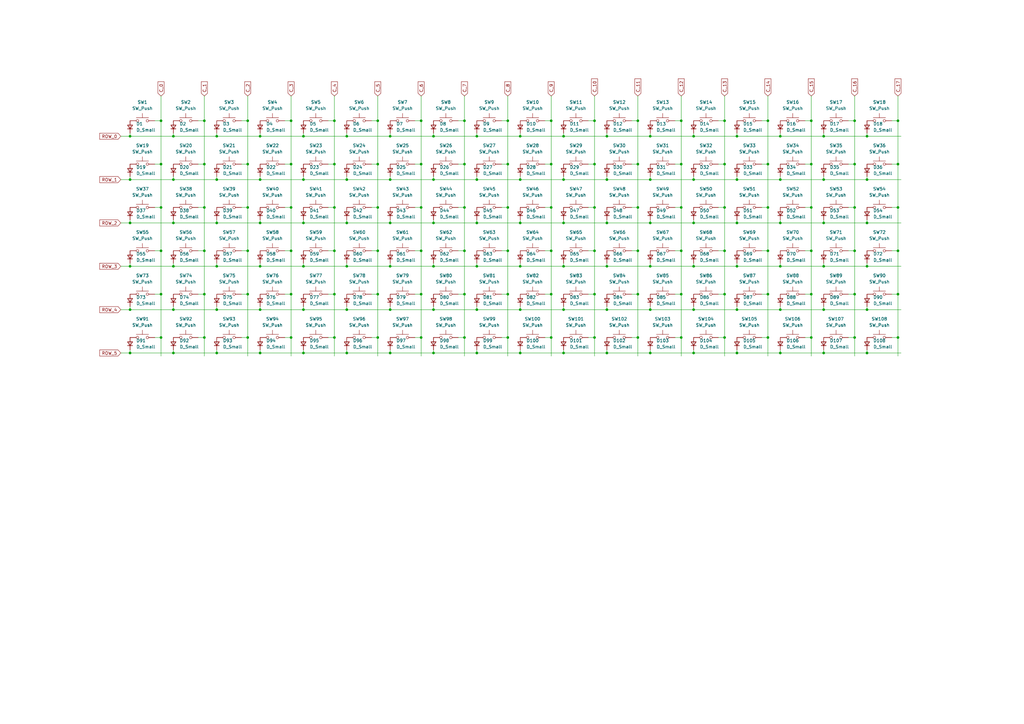
<source format=kicad_sch>
(kicad_sch (version 20231120) (generator "eeschema") (generator_version "8.0")
  (paper "A3")
  (title_block (title "V6 North Facing LED conversion PCB (switches)") (date "08-Nov-24") (rev "2.0") (company "REV (Reven Sanchez)"))
  (junction (at 195.58 127))
  (junction (at 261.62 85.09))
  (junction (at 137.16 49.53))
  (junction (at 66.04 67.31))
  (junction (at 368.3 138.43))
  (junction (at 314.96 85.09))
  (junction (at 124.46 127))
  (junction (at 208.28 67.31))
  (junction (at 83.82 138.43))
  (junction (at 88.9 144.78))
  (junction (at 213.36 55.88))
  (junction (at 320.04 73.66))
  (junction (at 119.38 85.09))
  (junction (at 160.02 144.78))
  (junction (at 154.94 138.43))
  (junction (at 106.68 73.66))
  (junction (at 106.68 109.22))
  (junction (at 368.3 85.09))
  (junction (at 231.14 91.44))
  (junction (at 213.36 127))
  (junction (at 101.6 67.31))
  (junction (at 160.02 109.22))
  (junction (at 142.24 55.88))
  (junction (at 266.7 91.44))
  (junction (at 266.7 73.66))
  (junction (at 160.02 91.44))
  (junction (at 190.5 120.65))
  (junction (at 213.36 91.44))
  (junction (at 332.74 49.53))
  (junction (at 297.18 138.43))
  (junction (at 368.3 120.65))
  (junction (at 226.06 67.31))
  (junction (at 355.6 55.88))
  (junction (at 142.24 144.78))
  (junction (at 53.34 144.78))
  (junction (at 226.06 49.53))
  (junction (at 83.82 120.65))
  (junction (at 119.38 120.65))
  (junction (at 226.06 138.43))
  (junction (at 124.46 55.88))
  (junction (at 297.18 85.09))
  (junction (at 332.74 138.43))
  (junction (at 320.04 55.88))
  (junction (at 154.94 49.53))
  (junction (at 266.7 55.88))
  (junction (at 53.34 109.22))
  (junction (at 142.24 127))
  (junction (at 297.18 49.53))
  (junction (at 248.92 91.44))
  (junction (at 355.6 144.78))
  (junction (at 172.72 138.43))
  (junction (at 284.48 109.22))
  (junction (at 261.62 138.43))
  (junction (at 297.18 67.31))
  (junction (at 284.48 55.88))
  (junction (at 337.82 73.66))
  (junction (at 350.52 85.09))
  (junction (at 332.74 120.65))
  (junction (at 195.58 109.22))
  (junction (at 119.38 67.31))
  (junction (at 71.12 73.66))
  (junction (at 243.84 138.43))
  (junction (at 302.26 127))
  (junction (at 231.14 73.66))
  (junction (at 71.12 127))
  (junction (at 320.04 91.44))
  (junction (at 88.9 127))
  (junction (at 101.6 102.87))
  (junction (at 195.58 55.88))
  (junction (at 101.6 85.09))
  (junction (at 302.26 55.88))
  (junction (at 177.8 55.88))
  (junction (at 124.46 109.22))
  (junction (at 71.12 109.22))
  (junction (at 248.92 109.22))
  (junction (at 279.4 102.87))
  (junction (at 106.68 127))
  (junction (at 172.72 49.53))
  (junction (at 208.28 120.65))
  (junction (at 231.14 109.22))
  (junction (at 154.94 120.65))
  (junction (at 231.14 127))
  (junction (at 53.34 55.88))
  (junction (at 137.16 120.65))
  (junction (at 355.6 127))
  (junction (at 279.4 85.09))
  (junction (at 106.68 144.78))
  (junction (at 88.9 109.22))
  (junction (at 66.04 120.65))
  (junction (at 137.16 67.31))
  (junction (at 350.52 138.43))
  (junction (at 177.8 73.66))
  (junction (at 337.82 144.78))
  (junction (at 337.82 109.22))
  (junction (at 213.36 109.22))
  (junction (at 279.4 120.65))
  (junction (at 314.96 67.31))
  (junction (at 190.5 67.31))
  (junction (at 160.02 127))
  (junction (at 261.62 102.87))
  (junction (at 124.46 144.78))
  (junction (at 284.48 73.66))
  (junction (at 314.96 49.53))
  (junction (at 124.46 91.44))
  (junction (at 137.16 85.09))
  (junction (at 350.52 120.65))
  (junction (at 248.92 55.88))
  (junction (at 350.52 102.87))
  (junction (at 83.82 85.09))
  (junction (at 332.74 67.31))
  (junction (at 226.06 120.65))
  (junction (at 172.72 102.87))
  (junction (at 302.26 91.44))
  (junction (at 279.4 138.43))
  (junction (at 337.82 55.88))
  (junction (at 172.72 85.09))
  (junction (at 190.5 49.53))
  (junction (at 160.02 73.66))
  (junction (at 302.26 109.22))
  (junction (at 350.52 67.31))
  (junction (at 66.04 138.43))
  (junction (at 142.24 73.66))
  (junction (at 83.82 49.53))
  (junction (at 226.06 102.87))
  (junction (at 248.92 127))
  (junction (at 332.74 85.09))
  (junction (at 261.62 120.65))
  (junction (at 355.6 91.44))
  (junction (at 213.36 144.78))
  (junction (at 243.84 120.65))
  (junction (at 332.74 102.87))
  (junction (at 302.26 144.78))
  (junction (at 177.8 91.44))
  (junction (at 190.5 102.87))
  (junction (at 137.16 138.43))
  (junction (at 119.38 138.43))
  (junction (at 368.3 102.87))
  (junction (at 154.94 67.31))
  (junction (at 266.7 127))
  (junction (at 160.02 55.88))
  (junction (at 88.9 73.66))
  (junction (at 320.04 127))
  (junction (at 190.5 138.43))
  (junction (at 243.84 49.53))
  (junction (at 279.4 67.31))
  (junction (at 208.28 138.43))
  (junction (at 137.16 102.87))
  (junction (at 66.04 85.09))
  (junction (at 101.6 120.65))
  (junction (at 53.34 127))
  (junction (at 172.72 120.65))
  (junction (at 261.62 49.53))
  (junction (at 266.7 109.22))
  (junction (at 243.84 102.87))
  (junction (at 208.28 102.87))
  (junction (at 302.26 73.66))
  (junction (at 320.04 144.78))
  (junction (at 337.82 91.44))
  (junction (at 142.24 91.44))
  (junction (at 231.14 55.88))
  (junction (at 177.8 144.78))
  (junction (at 154.94 102.87))
  (junction (at 208.28 85.09))
  (junction (at 83.82 67.31))
  (junction (at 53.34 73.66))
  (junction (at 53.34 91.44))
  (junction (at 172.72 67.31))
  (junction (at 177.8 127))
  (junction (at 243.84 85.09))
  (junction (at 142.24 109.22))
  (junction (at 88.9 55.88))
  (junction (at 314.96 102.87))
  (junction (at 284.48 91.44))
  (junction (at 71.12 144.78))
  (junction (at 208.28 49.53))
  (junction (at 355.6 73.66))
  (junction (at 248.92 144.78))
  (junction (at 231.14 144.78))
  (junction (at 368.3 49.53))
  (junction (at 177.8 109.22))
  (junction (at 119.38 102.87))
  (junction (at 71.12 55.88))
  (junction (at 261.62 67.31))
  (junction (at 101.6 49.53))
  (junction (at 83.82 102.87))
  (junction (at 213.36 73.66))
  (junction (at 124.46 73.66))
  (junction (at 119.38 49.53))
  (junction (at 355.6 109.22))
  (junction (at 71.12 91.44))
  (junction (at 195.58 73.66))
  (junction (at 248.92 73.66))
  (junction (at 106.68 91.44))
  (junction (at 226.06 85.09))
  (junction (at 243.84 67.31))
  (junction (at 297.18 120.65))
  (junction (at 320.04 109.22))
  (junction (at 297.18 102.87))
  (junction (at 284.48 144.78))
  (junction (at 154.94 85.09))
  (junction (at 279.4 49.53))
  (junction (at 350.52 49.53))
  (junction (at 66.04 102.87))
  (junction (at 190.5 85.09))
  (junction (at 66.04 49.53))
  (junction (at 314.96 120.65))
  (junction (at 284.48 127))
  (junction (at 106.68 55.88))
  (junction (at 195.58 91.44))
  (junction (at 314.96 138.43))
  (junction (at 88.9 91.44))
  (junction (at 101.6 138.43))
  (junction (at 337.82 127))
  (junction (at 368.3 67.31))
  (junction (at 195.58 144.78))
  (junction (at 266.7 144.78))
  (wire (pts (xy 152.4 85.09) (xy 154.94 85.09)))
  (wire (pts (xy 284.48 143.51) (xy 284.48 144.78)))
  (wire (pts (xy 81.28 102.87) (xy 83.82 102.87)))
  (wire (pts (xy 160.02 143.51) (xy 160.02 144.78)))
  (wire (pts (xy 160.02 107.95) (xy 160.02 109.22)))
  (wire (pts (xy 248.92 55.88) (xy 266.7 55.88)))
  (wire (pts (xy 177.8 125.73) (xy 177.8 127)))
  (wire (pts (xy 124.46 54.61) (xy 124.46 55.88)))
  (wire (pts (xy 116.84 120.65) (xy 119.38 120.65)))
  (wire (pts (xy 208.28 49.53) (xy 208.28 67.31)))
  (wire (pts (xy 88.9 72.39) (xy 88.9 73.66)))
  (wire (pts (xy 332.74 49.53) (xy 332.74 67.31)))
  (wire (pts (xy 320.04 127) (xy 337.82 127)))
  (wire (pts (xy 83.82 39.37) (xy 83.82 49.53)))
  (wire (pts (xy 355.6 55.88) (xy 369.57 55.88)))
  (wire (pts (xy 142.24 143.51) (xy 142.24 144.78)))
  (wire (pts (xy 248.92 125.73) (xy 248.92 127)))
  (wire (pts (xy 116.84 138.43) (xy 119.38 138.43)))
  (wire (pts (xy 314.96 49.53) (xy 314.96 67.31)))
  (wire (pts (xy 53.34 144.78) (xy 71.12 144.78)))
  (wire (pts (xy 276.86 67.31) (xy 279.4 67.31)))
  (wire (pts (xy 81.28 120.65) (xy 83.82 120.65)))
  (wire (pts (xy 302.26 107.95) (xy 302.26 109.22)))
  (wire (pts (xy 279.4 49.53) (xy 279.4 67.31)))
  (wire (pts (xy 154.94 85.09) (xy 154.94 102.87)))
  (wire (pts (xy 152.4 67.31) (xy 154.94 67.31)))
  (wire (pts (xy 177.8 72.39) (xy 177.8 73.66)))
  (wire (pts (xy 106.68 55.88) (xy 124.46 55.88)))
  (wire (pts (xy 137.16 39.37) (xy 137.16 49.53)))
  (wire (pts (xy 195.58 72.39) (xy 195.58 73.66)))
  (wire (pts (xy 276.86 138.43) (xy 279.4 138.43)))
  (wire (pts (xy 154.94 39.37) (xy 154.94 49.53)))
  (wire (pts (xy 284.48 90.17) (xy 284.48 91.44)))
  (wire (pts (xy 106.68 109.22) (xy 124.46 109.22)))
  (wire (pts (xy 53.34 143.51) (xy 53.34 144.78)))
  (wire (pts (xy 320.04 144.78) (xy 337.82 144.78)))
  (wire (pts (xy 99.06 138.43) (xy 101.6 138.43)))
  (wire (pts (xy 177.8 107.95) (xy 177.8 109.22)))
  (wire (pts (xy 355.6 73.66) (xy 369.57 73.66)))
  (wire (pts (xy 213.36 109.22) (xy 231.14 109.22)))
  (wire (pts (xy 284.48 73.66) (xy 302.26 73.66)))
  (wire (pts (xy 276.86 49.53) (xy 279.4 49.53)))
  (wire (pts (xy 337.82 73.66) (xy 355.6 73.66)))
  (wire (pts (xy 332.74 39.37) (xy 332.74 49.53)))
  (wire (pts (xy 347.98 138.43) (xy 350.52 138.43)))
  (wire (pts (xy 248.92 91.44) (xy 266.7 91.44)))
  (wire (pts (xy 284.48 72.39) (xy 284.48 73.66)))
  (wire (pts (xy 302.26 127) (xy 320.04 127)))
  (wire (pts (xy 279.4 85.09) (xy 279.4 102.87)))
  (wire (pts (xy 134.62 49.53) (xy 137.16 49.53)))
  (wire (pts (xy 337.82 144.78) (xy 355.6 144.78)))
  (wire (pts (xy 71.12 143.51) (xy 71.12 144.78)))
  (wire (pts (xy 241.3 85.09) (xy 243.84 85.09)))
  (wire (pts (xy 314.96 102.87) (xy 314.96 120.65)))
  (wire (pts (xy 337.82 90.17) (xy 337.82 91.44)))
  (wire (pts (xy 160.02 54.61) (xy 160.02 55.88)))
  (wire (pts (xy 350.52 102.87) (xy 350.52 120.65)))
  (wire (pts (xy 266.7 72.39) (xy 266.7 73.66)))
  (wire (pts (xy 53.34 73.66) (xy 71.12 73.66)))
  (wire (pts (xy 284.48 109.22) (xy 302.26 109.22)))
  (wire (pts (xy 302.26 72.39) (xy 302.26 73.66)))
  (wire (pts (xy 266.7 91.44) (xy 284.48 91.44)))
  (wire (pts (xy 355.6 143.51) (xy 355.6 144.78)))
  (wire (pts (xy 154.94 49.53) (xy 154.94 67.31)))
  (wire (pts (xy 231.14 144.78) (xy 248.92 144.78)))
  (wire (pts (xy 124.46 144.78) (xy 142.24 144.78)))
  (wire (pts (xy 231.14 127) (xy 248.92 127)))
  (wire (pts (xy 294.64 102.87) (xy 297.18 102.87)))
  (wire (pts (xy 116.84 49.53) (xy 119.38 49.53)))
  (wire (pts (xy 142.24 107.95) (xy 142.24 109.22)))
  (wire (pts (xy 177.8 144.78) (xy 195.58 144.78)))
  (wire (pts (xy 63.5 120.65) (xy 66.04 120.65)))
  (wire (pts (xy 213.36 73.66) (xy 231.14 73.66)))
  (wire (pts (xy 137.16 49.53) (xy 137.16 67.31)))
  (wire (pts (xy 71.12 107.95) (xy 71.12 109.22)))
  (wire (pts (xy 154.94 138.43) (xy 154.94 146.05)))
  (wire (pts (xy 101.6 39.37) (xy 101.6 49.53)))
  (wire (pts (xy 172.72 67.31) (xy 172.72 85.09)))
  (wire (pts (xy 53.34 125.73) (xy 53.34 127)))
  (wire (pts (xy 124.46 143.51) (xy 124.46 144.78)))
  (wire (pts (xy 195.58 109.22) (xy 213.36 109.22)))
  (wire (pts (xy 124.46 73.66) (xy 142.24 73.66)))
  (wire (pts (xy 134.62 67.31) (xy 137.16 67.31)))
  (wire (pts (xy 160.02 144.78) (xy 177.8 144.78)))
  (wire (pts (xy 223.52 102.87) (xy 226.06 102.87)))
  (wire (pts (xy 231.14 54.61) (xy 231.14 55.88)))
  (wire (pts (xy 177.8 91.44) (xy 195.58 91.44)))
  (wire (pts (xy 190.5 67.31) (xy 190.5 85.09)))
  (wire (pts (xy 302.26 54.61) (xy 302.26 55.88)))
  (wire (pts (xy 347.98 102.87) (xy 350.52 102.87)))
  (wire (pts (xy 297.18 102.87) (xy 297.18 120.65)))
  (wire (pts (xy 330.2 138.43) (xy 332.74 138.43)))
  (wire (pts (xy 177.8 127) (xy 195.58 127)))
  (wire (pts (xy 177.8 143.51) (xy 177.8 144.78)))
  (wire (pts (xy 320.04 55.88) (xy 337.82 55.88)))
  (wire (pts (xy 302.26 91.44) (xy 320.04 91.44)))
  (wire (pts (xy 241.3 102.87) (xy 243.84 102.87)))
  (wire (pts (xy 170.18 138.43) (xy 172.72 138.43)))
  (wire (pts (xy 312.42 49.53) (xy 314.96 49.53)))
  (wire (pts (xy 142.24 91.44) (xy 160.02 91.44)))
  (wire (pts (xy 276.86 102.87) (xy 279.4 102.87)))
  (wire (pts (xy 172.72 102.87) (xy 172.72 120.65)))
  (wire (pts (xy 350.52 138.43) (xy 350.52 146.05)))
  (wire (pts (xy 231.14 125.73) (xy 231.14 127)))
  (wire (pts (xy 106.68 73.66) (xy 124.46 73.66)))
  (wire (pts (xy 205.74 102.87) (xy 208.28 102.87)))
  (wire (pts (xy 297.18 85.09) (xy 297.18 102.87)))
  (wire (pts (xy 332.74 138.43) (xy 332.74 146.05)))
  (wire (pts (xy 355.6 127) (xy 369.57 127)))
  (wire (pts (xy 294.64 85.09) (xy 297.18 85.09)))
  (wire (pts (xy 205.74 120.65) (xy 208.28 120.65)))
  (wire (pts (xy 177.8 109.22) (xy 195.58 109.22)))
  (wire (pts (xy 284.48 55.88) (xy 302.26 55.88)))
  (wire (pts (xy 63.5 85.09) (xy 66.04 85.09)))
  (wire (pts (xy 266.7 73.66) (xy 284.48 73.66)))
  (wire (pts (xy 160.02 127) (xy 177.8 127)))
  (wire (pts (xy 368.3 102.87) (xy 368.3 120.65)))
  (wire (pts (xy 208.28 102.87) (xy 208.28 120.65)))
  (wire (pts (xy 243.84 39.37) (xy 243.84 49.53)))
  (wire (pts (xy 261.62 39.37) (xy 261.62 49.53)))
  (wire (pts (xy 137.16 120.65) (xy 137.16 138.43)))
  (wire (pts (xy 134.62 120.65) (xy 137.16 120.65)))
  (wire (pts (xy 248.92 54.61) (xy 248.92 55.88)))
  (wire (pts (xy 106.68 72.39) (xy 106.68 73.66)))
  (wire (pts (xy 337.82 127) (xy 355.6 127)))
  (wire (pts (xy 332.74 85.09) (xy 332.74 102.87)))
  (wire (pts (xy 226.06 85.09) (xy 226.06 102.87)))
  (wire (pts (xy 88.9 55.88) (xy 106.68 55.88)))
  (wire (pts (xy 137.16 67.31) (xy 137.16 85.09)))
  (wire (pts (xy 106.68 54.61) (xy 106.68 55.88)))
  (wire (pts (xy 124.46 91.44) (xy 142.24 91.44)))
  (wire (pts (xy 195.58 54.61) (xy 195.58 55.88)))
  (wire (pts (xy 302.26 90.17) (xy 302.26 91.44)))
  (wire (pts (xy 231.14 90.17) (xy 231.14 91.44)))
  (wire (pts (xy 53.34 90.17) (xy 53.34 91.44)))
  (wire (pts (xy 101.6 67.31) (xy 101.6 85.09)))
  (wire (pts (xy 355.6 72.39) (xy 355.6 73.66)))
  (wire (pts (xy 124.46 109.22) (xy 142.24 109.22)))
  (wire (pts (xy 365.76 67.31) (xy 368.3 67.31)))
  (wire (pts (xy 83.82 67.31) (xy 83.82 85.09)))
  (wire (pts (xy 172.72 39.37) (xy 172.72 49.53)))
  (wire (pts (xy 223.52 120.65) (xy 226.06 120.65)))
  (wire (pts (xy 355.6 144.78) (xy 369.57 144.78)))
  (wire (pts (xy 119.38 49.53) (xy 119.38 67.31)))
  (wire (pts (xy 187.96 120.65) (xy 190.5 120.65)))
  (wire (pts (xy 116.84 85.09) (xy 119.38 85.09)))
  (wire (pts (xy 368.3 85.09) (xy 368.3 102.87)))
  (wire (pts (xy 142.24 55.88) (xy 160.02 55.88)))
  (wire (pts (xy 124.46 127) (xy 142.24 127)))
  (wire (pts (xy 152.4 49.53) (xy 154.94 49.53)))
  (wire (pts (xy 71.12 72.39) (xy 71.12 73.66)))
  (wire (pts (xy 106.68 143.51) (xy 106.68 144.78)))
  (wire (pts (xy 259.08 120.65) (xy 261.62 120.65)))
  (wire (pts (xy 88.9 143.51) (xy 88.9 144.78)))
  (wire (pts (xy 241.3 67.31) (xy 243.84 67.31)))
  (wire (pts (xy 195.58 125.73) (xy 195.58 127)))
  (wire (pts (xy 223.52 49.53) (xy 226.06 49.53)))
  (wire (pts (xy 337.82 72.39) (xy 337.82 73.66)))
  (wire (pts (xy 205.74 49.53) (xy 208.28 49.53)))
  (wire (pts (xy 53.34 55.88) (xy 71.12 55.88)))
  (wire (pts (xy 213.36 90.17) (xy 213.36 91.44)))
  (wire (pts (xy 320.04 90.17) (xy 320.04 91.44)))
  (wire (pts (xy 355.6 90.17) (xy 355.6 91.44)))
  (wire (pts (xy 63.5 102.87) (xy 66.04 102.87)))
  (wire (pts (xy 355.6 109.22) (xy 369.57 109.22)))
  (wire (pts (xy 195.58 55.88) (xy 213.36 55.88)))
  (wire (pts (xy 81.28 138.43) (xy 83.82 138.43)))
  (wire (pts (xy 154.94 120.65) (xy 154.94 138.43)))
  (wire (pts (xy 81.28 49.53) (xy 83.82 49.53)))
  (wire (pts (xy 101.6 120.65) (xy 101.6 138.43)))
  (wire (pts (xy 213.36 54.61) (xy 213.36 55.88)))
  (wire (pts (xy 71.12 127) (xy 88.9 127)))
  (wire (pts (xy 53.34 72.39) (xy 53.34 73.66)))
  (wire (pts (xy 119.38 102.87) (xy 119.38 120.65)))
  (wire (pts (xy 231.14 143.51) (xy 231.14 144.78)))
  (wire (pts (xy 355.6 125.73) (xy 355.6 127)))
  (wire (pts (xy 243.84 85.09) (xy 243.84 102.87)))
  (wire (pts (xy 332.74 120.65) (xy 332.74 138.43)))
  (wire (pts (xy 231.14 73.66) (xy 248.92 73.66)))
  (wire (pts (xy 152.4 120.65) (xy 154.94 120.65)))
  (wire (pts (xy 248.92 73.66) (xy 266.7 73.66)))
  (wire (pts (xy 297.18 67.31) (xy 297.18 85.09)))
  (wire (pts (xy 134.62 102.87) (xy 137.16 102.87)))
  (wire (pts (xy 231.14 55.88) (xy 248.92 55.88)))
  (wire (pts (xy 142.24 125.73) (xy 142.24 127)))
  (wire (pts (xy 294.64 49.53) (xy 297.18 49.53)))
  (wire (pts (xy 81.28 85.09) (xy 83.82 85.09)))
  (wire (pts (xy 347.98 120.65) (xy 350.52 120.65)))
  (wire (pts (xy 350.52 49.53) (xy 350.52 67.31)))
  (wire (pts (xy 190.5 49.53) (xy 190.5 67.31)))
  (wire (pts (xy 330.2 67.31) (xy 332.74 67.31)))
  (wire (pts (xy 337.82 91.44) (xy 355.6 91.44)))
  (wire (pts (xy 355.6 54.61) (xy 355.6 55.88)))
  (wire (pts (xy 170.18 102.87) (xy 172.72 102.87)))
  (wire (pts (xy 88.9 107.95) (xy 88.9 109.22)))
  (wire (pts (xy 231.14 91.44) (xy 248.92 91.44)))
  (wire (pts (xy 350.52 39.37) (xy 350.52 49.53)))
  (wire (pts (xy 243.84 49.53) (xy 243.84 67.31)))
  (wire (pts (xy 261.62 85.09) (xy 261.62 102.87)))
  (wire (pts (xy 49.53 127) (xy 53.34 127)))
  (wire (pts (xy 83.82 102.87) (xy 83.82 120.65)))
  (wire (pts (xy 266.7 144.78) (xy 284.48 144.78)))
  (wire (pts (xy 284.48 127) (xy 302.26 127)))
  (wire (pts (xy 187.96 49.53) (xy 190.5 49.53)))
  (wire (pts (xy 71.12 144.78) (xy 88.9 144.78)))
  (wire (pts (xy 243.84 67.31) (xy 243.84 85.09)))
  (wire (pts (xy 160.02 90.17) (xy 160.02 91.44)))
  (wire (pts (xy 279.4 138.43) (xy 279.4 146.05)))
  (wire (pts (xy 279.4 67.31) (xy 279.4 85.09)))
  (wire (pts (xy 241.3 138.43) (xy 243.84 138.43)))
  (wire (pts (xy 223.52 85.09) (xy 226.06 85.09)))
  (wire (pts (xy 314.96 85.09) (xy 314.96 102.87)))
  (wire (pts (xy 83.82 120.65) (xy 83.82 138.43)))
  (wire (pts (xy 266.7 143.51) (xy 266.7 144.78)))
  (wire (pts (xy 312.42 138.43) (xy 314.96 138.43)))
  (wire (pts (xy 365.76 138.43) (xy 368.3 138.43)))
  (wire (pts (xy 276.86 120.65) (xy 279.4 120.65)))
  (wire (pts (xy 231.14 107.95) (xy 231.14 109.22)))
  (wire (pts (xy 297.18 120.65) (xy 297.18 138.43)))
  (wire (pts (xy 66.04 49.53) (xy 66.04 67.31)))
  (wire (pts (xy 124.46 90.17) (xy 124.46 91.44)))
  (wire (pts (xy 66.04 138.43) (xy 66.04 146.05)))
  (wire (pts (xy 302.26 144.78) (xy 320.04 144.78)))
  (wire (pts (xy 172.72 138.43) (xy 172.72 146.05)))
  (wire (pts (xy 71.12 109.22) (xy 88.9 109.22)))
  (wire (pts (xy 312.42 67.31) (xy 314.96 67.31)))
  (wire (pts (xy 49.53 55.88) (xy 53.34 55.88)))
  (wire (pts (xy 320.04 72.39) (xy 320.04 73.66)))
  (wire (pts (xy 195.58 144.78) (xy 213.36 144.78)))
  (wire (pts (xy 266.7 125.73) (xy 266.7 127)))
  (wire (pts (xy 53.34 109.22) (xy 71.12 109.22)))
  (wire (pts (xy 226.06 39.37) (xy 226.06 49.53)))
  (wire (pts (xy 66.04 102.87) (xy 66.04 120.65)))
  (wire (pts (xy 190.5 138.43) (xy 190.5 146.05)))
  (wire (pts (xy 81.28 67.31) (xy 83.82 67.31)))
  (wire (pts (xy 347.98 67.31) (xy 350.52 67.31)))
  (wire (pts (xy 134.62 138.43) (xy 137.16 138.43)))
  (wire (pts (xy 261.62 138.43) (xy 261.62 146.05)))
  (wire (pts (xy 213.36 144.78) (xy 231.14 144.78)))
  (wire (pts (xy 320.04 73.66) (xy 337.82 73.66)))
  (wire (pts (xy 134.62 85.09) (xy 137.16 85.09)))
  (wire (pts (xy 152.4 102.87) (xy 154.94 102.87)))
  (wire (pts (xy 337.82 107.95) (xy 337.82 109.22)))
  (wire (pts (xy 297.18 138.43) (xy 297.18 146.05)))
  (wire (pts (xy 284.48 107.95) (xy 284.48 109.22)))
  (wire (pts (xy 347.98 85.09) (xy 350.52 85.09)))
  (wire (pts (xy 302.26 125.73) (xy 302.26 127)))
  (wire (pts (xy 365.76 49.53) (xy 368.3 49.53)))
  (wire (pts (xy 116.84 102.87) (xy 119.38 102.87)))
  (wire (pts (xy 195.58 91.44) (xy 213.36 91.44)))
  (wire (pts (xy 71.12 54.61) (xy 71.12 55.88)))
  (wire (pts (xy 101.6 138.43) (xy 101.6 146.05)))
  (wire (pts (xy 116.84 67.31) (xy 119.38 67.31)))
  (wire (pts (xy 49.53 73.66) (xy 53.34 73.66)))
  (wire (pts (xy 276.86 85.09) (xy 279.4 85.09)))
  (wire (pts (xy 49.53 91.44) (xy 53.34 91.44)))
  (wire (pts (xy 261.62 102.87) (xy 261.62 120.65)))
  (wire (pts (xy 294.64 120.65) (xy 297.18 120.65)))
  (wire (pts (xy 208.28 120.65) (xy 208.28 138.43)))
  (wire (pts (xy 106.68 125.73) (xy 106.68 127)))
  (wire (pts (xy 279.4 39.37) (xy 279.4 49.53)))
  (wire (pts (xy 53.34 127) (xy 71.12 127)))
  (wire (pts (xy 320.04 107.95) (xy 320.04 109.22)))
  (wire (pts (xy 124.46 107.95) (xy 124.46 109.22)))
  (wire (pts (xy 337.82 125.73) (xy 337.82 127)))
  (wire (pts (xy 243.84 120.65) (xy 243.84 138.43)))
  (wire (pts (xy 53.34 91.44) (xy 71.12 91.44)))
  (wire (pts (xy 99.06 49.53) (xy 101.6 49.53)))
  (wire (pts (xy 248.92 72.39) (xy 248.92 73.66)))
  (wire (pts (xy 208.28 138.43) (xy 208.28 146.05)))
  (wire (pts (xy 119.38 120.65) (xy 119.38 138.43)))
  (wire (pts (xy 160.02 109.22) (xy 177.8 109.22)))
  (wire (pts (xy 261.62 67.31) (xy 261.62 85.09)))
  (wire (pts (xy 330.2 120.65) (xy 332.74 120.65)))
  (wire (pts (xy 355.6 107.95) (xy 355.6 109.22)))
  (wire (pts (xy 160.02 55.88) (xy 177.8 55.88)))
  (wire (pts (xy 266.7 54.61) (xy 266.7 55.88)))
  (wire (pts (xy 337.82 55.88) (xy 355.6 55.88)))
  (wire (pts (xy 170.18 85.09) (xy 172.72 85.09)))
  (wire (pts (xy 63.5 67.31) (xy 66.04 67.31)))
  (wire (pts (xy 226.06 102.87) (xy 226.06 120.65)))
  (wire (pts (xy 213.36 125.73) (xy 213.36 127)))
  (wire (pts (xy 314.96 67.31) (xy 314.96 85.09)))
  (wire (pts (xy 172.72 120.65) (xy 172.72 138.43)))
  (wire (pts (xy 63.5 49.53) (xy 66.04 49.53)))
  (wire (pts (xy 350.52 85.09) (xy 350.52 102.87)))
  (wire (pts (xy 177.8 54.61) (xy 177.8 55.88)))
  (wire (pts (xy 226.06 120.65) (xy 226.06 138.43)))
  (wire (pts (xy 88.9 91.44) (xy 106.68 91.44)))
  (wire (pts (xy 302.26 143.51) (xy 302.26 144.78)))
  (wire (pts (xy 101.6 102.87) (xy 101.6 120.65)))
  (wire (pts (xy 243.84 138.43) (xy 243.84 146.05)))
  (wire (pts (xy 248.92 109.22) (xy 266.7 109.22)))
  (wire (pts (xy 208.28 85.09) (xy 208.28 102.87)))
  (wire (pts (xy 261.62 49.53) (xy 261.62 67.31)))
  (wire (pts (xy 314.96 138.43) (xy 314.96 146.05)))
  (wire (pts (xy 88.9 127) (xy 106.68 127)))
  (wire (pts (xy 266.7 107.95) (xy 266.7 109.22)))
  (wire (pts (xy 213.36 55.88) (xy 231.14 55.88)))
  (wire (pts (xy 213.36 143.51) (xy 213.36 144.78)))
  (wire (pts (xy 66.04 120.65) (xy 66.04 138.43)))
  (wire (pts (xy 284.48 91.44) (xy 302.26 91.44)))
  (wire (pts (xy 368.3 67.31) (xy 368.3 85.09)))
  (wire (pts (xy 259.08 102.87) (xy 261.62 102.87)))
  (wire (pts (xy 160.02 72.39) (xy 160.02 73.66)))
  (wire (pts (xy 226.06 67.31) (xy 226.06 85.09)))
  (wire (pts (xy 71.12 55.88) (xy 88.9 55.88)))
  (wire (pts (xy 320.04 54.61) (xy 320.04 55.88)))
  (wire (pts (xy 106.68 144.78) (xy 124.46 144.78)))
  (wire (pts (xy 142.24 144.78) (xy 160.02 144.78)))
  (wire (pts (xy 312.42 120.65) (xy 314.96 120.65)))
  (wire (pts (xy 137.16 138.43) (xy 137.16 146.05)))
  (wire (pts (xy 63.5 138.43) (xy 66.04 138.43)))
  (wire (pts (xy 99.06 120.65) (xy 101.6 120.65)))
  (wire (pts (xy 365.76 102.87) (xy 368.3 102.87)))
  (wire (pts (xy 187.96 67.31) (xy 190.5 67.31)))
  (wire (pts (xy 53.34 54.61) (xy 53.34 55.88)))
  (wire (pts (xy 187.96 102.87) (xy 190.5 102.87)))
  (wire (pts (xy 88.9 73.66) (xy 106.68 73.66)))
  (wire (pts (xy 320.04 109.22) (xy 337.82 109.22)))
  (wire (pts (xy 302.26 55.88) (xy 320.04 55.88)))
  (wire (pts (xy 190.5 120.65) (xy 190.5 138.43)))
  (wire (pts (xy 368.3 138.43) (xy 368.3 146.05)))
  (wire (pts (xy 314.96 39.37) (xy 314.96 49.53)))
  (wire (pts (xy 266.7 90.17) (xy 266.7 91.44)))
  (wire (pts (xy 213.36 127) (xy 231.14 127)))
  (wire (pts (xy 187.96 138.43) (xy 190.5 138.43)))
  (wire (pts (xy 99.06 102.87) (xy 101.6 102.87)))
  (wire (pts (xy 88.9 125.73) (xy 88.9 127)))
  (wire (pts (xy 302.26 109.22) (xy 320.04 109.22)))
  (wire (pts (xy 66.04 39.37) (xy 66.04 49.53)))
  (wire (pts (xy 213.36 91.44) (xy 231.14 91.44)))
  (wire (pts (xy 177.8 90.17) (xy 177.8 91.44)))
  (wire (pts (xy 208.28 67.31) (xy 208.28 85.09)))
  (wire (pts (xy 312.42 85.09) (xy 314.96 85.09)))
  (wire (pts (xy 160.02 91.44) (xy 177.8 91.44)))
  (wire (pts (xy 205.74 138.43) (xy 208.28 138.43)))
  (wire (pts (xy 142.24 127) (xy 160.02 127)))
  (wire (pts (xy 83.82 49.53) (xy 83.82 67.31)))
  (wire (pts (xy 350.52 67.31) (xy 350.52 85.09)))
  (wire (pts (xy 53.34 107.95) (xy 53.34 109.22)))
  (wire (pts (xy 190.5 102.87) (xy 190.5 120.65)))
  (wire (pts (xy 88.9 54.61) (xy 88.9 55.88)))
  (wire (pts (xy 297.18 49.53) (xy 297.18 67.31)))
  (wire (pts (xy 154.94 102.87) (xy 154.94 120.65)))
  (wire (pts (xy 83.82 138.43) (xy 83.82 146.05)))
  (wire (pts (xy 49.53 144.78) (xy 53.34 144.78)))
  (wire (pts (xy 248.92 143.51) (xy 248.92 144.78)))
  (wire (pts (xy 266.7 55.88) (xy 284.48 55.88)))
  (wire (pts (xy 266.7 109.22) (xy 284.48 109.22)))
  (wire (pts (xy 332.74 102.87) (xy 332.74 120.65)))
  (wire (pts (xy 294.64 67.31) (xy 297.18 67.31)))
  (wire (pts (xy 137.16 102.87) (xy 137.16 120.65)))
  (wire (pts (xy 205.74 67.31) (xy 208.28 67.31)))
  (wire (pts (xy 259.08 49.53) (xy 261.62 49.53)))
  (wire (pts (xy 205.74 85.09) (xy 208.28 85.09)))
  (wire (pts (xy 124.46 72.39) (xy 124.46 73.66)))
  (wire (pts (xy 294.64 138.43) (xy 297.18 138.43)))
  (wire (pts (xy 195.58 73.66) (xy 213.36 73.66)))
  (wire (pts (xy 88.9 90.17) (xy 88.9 91.44)))
  (wire (pts (xy 119.38 67.31) (xy 119.38 85.09)))
  (wire (pts (xy 261.62 120.65) (xy 261.62 138.43)))
  (wire (pts (xy 248.92 127) (xy 266.7 127)))
  (wire (pts (xy 297.18 39.37) (xy 297.18 49.53)))
  (wire (pts (xy 279.4 102.87) (xy 279.4 120.65)))
  (wire (pts (xy 302.26 73.66) (xy 320.04 73.66)))
  (wire (pts (xy 312.42 102.87) (xy 314.96 102.87)))
  (wire (pts (xy 195.58 107.95) (xy 195.58 109.22)))
  (wire (pts (xy 284.48 144.78) (xy 302.26 144.78)))
  (wire (pts (xy 259.08 85.09) (xy 261.62 85.09)))
  (wire (pts (xy 355.6 91.44) (xy 369.57 91.44)))
  (wire (pts (xy 66.04 85.09) (xy 66.04 102.87)))
  (wire (pts (xy 223.52 67.31) (xy 226.06 67.31)))
  (wire (pts (xy 160.02 125.73) (xy 160.02 127)))
  (wire (pts (xy 119.38 85.09) (xy 119.38 102.87)))
  (wire (pts (xy 137.16 85.09) (xy 137.16 102.87)))
  (wire (pts (xy 330.2 85.09) (xy 332.74 85.09)))
  (wire (pts (xy 231.14 72.39) (xy 231.14 73.66)))
  (wire (pts (xy 332.74 67.31) (xy 332.74 85.09)))
  (wire (pts (xy 101.6 49.53) (xy 101.6 67.31)))
  (wire (pts (xy 368.3 39.37) (xy 368.3 49.53)))
  (wire (pts (xy 160.02 73.66) (xy 177.8 73.66)))
  (wire (pts (xy 71.12 91.44) (xy 88.9 91.44)))
  (wire (pts (xy 119.38 39.37) (xy 119.38 49.53)))
  (wire (pts (xy 241.3 49.53) (xy 243.84 49.53)))
  (wire (pts (xy 124.46 55.88) (xy 142.24 55.88)))
  (wire (pts (xy 213.36 72.39) (xy 213.36 73.66)))
  (wire (pts (xy 347.98 49.53) (xy 350.52 49.53)))
  (wire (pts (xy 248.92 107.95) (xy 248.92 109.22)))
  (wire (pts (xy 259.08 138.43) (xy 261.62 138.43)))
  (wire (pts (xy 195.58 90.17) (xy 195.58 91.44)))
  (wire (pts (xy 330.2 102.87) (xy 332.74 102.87)))
  (wire (pts (xy 241.3 120.65) (xy 243.84 120.65)))
  (wire (pts (xy 142.24 54.61) (xy 142.24 55.88)))
  (wire (pts (xy 170.18 120.65) (xy 172.72 120.65)))
  (wire (pts (xy 337.82 143.51) (xy 337.82 144.78)))
  (wire (pts (xy 226.06 138.43) (xy 226.06 146.05)))
  (wire (pts (xy 195.58 143.51) (xy 195.58 144.78)))
  (wire (pts (xy 231.14 109.22) (xy 248.92 109.22)))
  (wire (pts (xy 187.96 85.09) (xy 190.5 85.09)))
  (wire (pts (xy 213.36 107.95) (xy 213.36 109.22)))
  (wire (pts (xy 284.48 54.61) (xy 284.48 55.88)))
  (wire (pts (xy 106.68 127) (xy 124.46 127)))
  (wire (pts (xy 71.12 90.17) (xy 71.12 91.44)))
  (wire (pts (xy 259.08 67.31) (xy 261.62 67.31)))
  (wire (pts (xy 368.3 49.53) (xy 368.3 67.31)))
  (wire (pts (xy 350.52 120.65) (xy 350.52 138.43)))
  (wire (pts (xy 177.8 73.66) (xy 195.58 73.66)))
  (wire (pts (xy 71.12 73.66) (xy 88.9 73.66)))
  (wire (pts (xy 243.84 102.87) (xy 243.84 120.65)))
  (wire (pts (xy 172.72 49.53) (xy 172.72 67.31)))
  (wire (pts (xy 208.28 39.37) (xy 208.28 49.53)))
  (wire (pts (xy 88.9 109.22) (xy 106.68 109.22)))
  (wire (pts (xy 106.68 107.95) (xy 106.68 109.22)))
  (wire (pts (xy 226.06 49.53) (xy 226.06 67.31)))
  (wire (pts (xy 142.24 90.17) (xy 142.24 91.44)))
  (wire (pts (xy 320.04 125.73) (xy 320.04 127)))
  (wire (pts (xy 190.5 39.37) (xy 190.5 49.53)))
  (wire (pts (xy 195.58 127) (xy 213.36 127)))
  (wire (pts (xy 320.04 143.51) (xy 320.04 144.78)))
  (wire (pts (xy 119.38 138.43) (xy 119.38 146.05)))
  (wire (pts (xy 284.48 125.73) (xy 284.48 127)))
  (wire (pts (xy 152.4 138.43) (xy 154.94 138.43)))
  (wire (pts (xy 66.04 67.31) (xy 66.04 85.09)))
  (wire (pts (xy 124.46 125.73) (xy 124.46 127)))
  (wire (pts (xy 49.53 109.22) (xy 53.34 109.22)))
  (wire (pts (xy 88.9 144.78) (xy 106.68 144.78)))
  (wire (pts (xy 248.92 144.78) (xy 266.7 144.78)))
  (wire (pts (xy 337.82 54.61) (xy 337.82 55.88)))
  (wire (pts (xy 190.5 85.09) (xy 190.5 102.87)))
  (wire (pts (xy 101.6 85.09) (xy 101.6 102.87)))
  (wire (pts (xy 365.76 120.65) (xy 368.3 120.65)))
  (wire (pts (xy 279.4 120.65) (xy 279.4 138.43)))
  (wire (pts (xy 337.82 109.22) (xy 355.6 109.22)))
  (wire (pts (xy 142.24 109.22) (xy 160.02 109.22)))
  (wire (pts (xy 223.52 138.43) (xy 226.06 138.43)))
  (wire (pts (xy 99.06 85.09) (xy 101.6 85.09)))
  (wire (pts (xy 142.24 72.39) (xy 142.24 73.66)))
  (wire (pts (xy 365.76 85.09) (xy 368.3 85.09)))
  (wire (pts (xy 368.3 120.65) (xy 368.3 138.43)))
  (wire (pts (xy 71.12 125.73) (xy 71.12 127)))
  (wire (pts (xy 170.18 49.53) (xy 172.72 49.53)))
  (wire (pts (xy 314.96 120.65) (xy 314.96 138.43)))
  (wire (pts (xy 330.2 49.53) (xy 332.74 49.53)))
  (wire (pts (xy 106.68 90.17) (xy 106.68 91.44)))
  (wire (pts (xy 99.06 67.31) (xy 101.6 67.31)))
  (wire (pts (xy 83.82 85.09) (xy 83.82 102.87)))
  (wire (pts (xy 154.94 67.31) (xy 154.94 85.09)))
  (wire (pts (xy 106.68 91.44) (xy 124.46 91.44)))
  (wire (pts (xy 248.92 90.17) (xy 248.92 91.44)))
  (wire (pts (xy 320.04 91.44) (xy 337.82 91.44)))
  (wire (pts (xy 266.7 127) (xy 284.48 127)))
  (wire (pts (xy 177.8 55.88) (xy 195.58 55.88)))
  (wire (pts (xy 170.18 67.31) (xy 172.72 67.31)))
  (wire (pts (xy 142.24 73.66) (xy 160.02 73.66)))
  (wire (pts (xy 172.72 85.09) (xy 172.72 102.87)))
  (global_label "C_7" (shape input) (at 190.5 39.37 90) (property "Intersheetrefs" "${INTERSHEET_REFS}" (effects (hide yes))))
  (global_label "C_3" (shape input) (at 119.38 39.37 90) (property "Intersheetrefs" "${INTERSHEET_REFS}" (effects (hide yes))))
  (global_label "ROW_4" (shape input) (at 49.53 127 180) (property "Intersheetrefs" "${INTERSHEET_REFS}" (effects (hide yes))))
  (global_label "C_6" (shape input) (at 172.72 39.37 90) (property "Intersheetrefs" "${INTERSHEET_REFS}" (effects (hide yes))))
  (global_label "ROW_1" (shape input) (at 49.53 73.66 180) (property "Intersheetrefs" "${INTERSHEET_REFS}" (effects (hide yes))))
  (global_label "C_15" (shape input) (at 332.74 39.37 90) (property "Intersheetrefs" "${INTERSHEET_REFS}" (effects (hide yes))))
  (global_label "C_14" (shape input) (at 314.96 39.37 90) (property "Intersheetrefs" "${INTERSHEET_REFS}" (effects (hide yes))))
  (global_label "C_16" (shape input) (at 350.52 39.37 90) (property "Intersheetrefs" "${INTERSHEET_REFS}" (effects (hide yes))))
  (global_label "C_2" (shape input) (at 101.6 39.37 90) (property "Intersheetrefs" "${INTERSHEET_REFS}" (effects (hide yes))))
  (global_label "C_8" (shape input) (at 208.28 39.37 90) (property "Intersheetrefs" "${INTERSHEET_REFS}" (effects (hide yes))))
  (global_label "C_9" (shape input) (at 226.06 39.37 90) (property "Intersheetrefs" "${INTERSHEET_REFS}" (effects (hide yes))))
  (global_label "ROW_3" (shape input) (at 49.53 109.22 180) (property "Intersheetrefs" "${INTERSHEET_REFS}" (effects (hide yes))))
  (global_label "C_10" (shape input) (at 243.84 39.37 90) (property "Intersheetrefs" "${INTERSHEET_REFS}" (effects (hide yes))))
  (global_label "C_4" (shape input) (at 137.16 39.37 90) (property "Intersheetrefs" "${INTERSHEET_REFS}" (effects (hide yes))))
  (global_label "C_13" (shape input) (at 297.18 39.37 90) (property "Intersheetrefs" "${INTERSHEET_REFS}" (effects (hide yes))))
  (global_label "ROW_0" (shape input) (at 49.53 55.88 180) (property "Intersheetrefs" "${INTERSHEET_REFS}" (effects (hide yes))))
  (global_label "C_12" (shape input) (at 279.4 39.37 90) (property "Intersheetrefs" "${INTERSHEET_REFS}" (effects (hide yes))))
  (global_label "C_0" (shape input) (at 66.04 39.37 90) (property "Intersheetrefs" "${INTERSHEET_REFS}" (effects (hide yes))))
  (global_label "C_11" (shape input) (at 261.62 39.37 90) (property "Intersheetrefs" "${INTERSHEET_REFS}" (effects (hide yes))))
  (global_label "ROW_2" (shape input) (at 49.53 91.44 180) (property "Intersheetrefs" "${INTERSHEET_REFS}" (effects (hide yes))))
  (global_label "C_5" (shape input) (at 154.94 39.37 90) (property "Intersheetrefs" "${INTERSHEET_REFS}" (effects (hide yes))))
  (global_label "C_1" (shape input) (at 83.82 39.37 90) (property "Intersheetrefs" "${INTERSHEET_REFS}" (effects (hide yes))))
  (global_label "C_17" (shape input) (at 368.3 39.37 90) (property "Intersheetrefs" "${INTERSHEET_REFS}" (effects (hide yes))))
  (global_label "ROW_5" (shape input) (at 49.53 144.78 180) (property "Intersheetrefs" "${INTERSHEET_REFS}" (effects (hide yes))))
  (symbol (lib_id "Device:D_Small") (at 302.26 69.85 90) (unit 1)
    (property "Reference" "D33" (at 304.8 68.5799 90) (effects (justify right)))
    (property "Value" "D_Small" (at 304.8 71.1199 90) (effects (justify right)))
    (property "Footprint" "Diode_SMD:D_SOD-323_HandSoldering" (effects (hide yes)))
    (property "Description" "Diode, small symbol" (effects (hide yes)))
    (property "Sim.Device" "D" (effects (hide yes)))
    (property "Sim.Pins" "1=K 2=A" (effects (hide yes)))
  )
  (symbol (lib_id "Switch:SW_Push") (at 93.98 102.87 0) (unit 1)
    (property "Reference" "SW57" (at 93.98 95.25 0))
    (property "Value" "SW_Push" (at 93.98 97.79 0))
    (property "Footprint" "PCM_marbastlib-mx:SW_MX_HS_CPG151101S11_1u" (effects (hide yes)))
    (property "Description" "Push button switch, generic, two pins" (effects (hide yes)))
  )
  (symbol (lib_id "Device:D_Small") (at 337.82 140.97 90) (unit 1)
    (property "Reference" "D107" (at 340.36 139.6999 90) (effects (justify right)))
    (property "Value" "D_Small" (at 340.36 142.2399 90) (effects (justify right)))
    (property "Footprint" "Diode_SMD:D_SOD-323_HandSoldering" (effects (hide yes)))
    (property "Description" "Diode, small symbol" (effects (hide yes)))
    (property "Sim.Device" "D" (effects (hide yes)))
    (property "Sim.Pins" "1=K 2=A" (effects (hide yes)))
  )
  (symbol (lib_id "Device:D_Small") (at 266.7 69.85 90) (unit 1)
    (property "Reference" "D31" (at 269.24 68.5799 90) (effects (justify right)))
    (property "Value" "D_Small" (at 269.24 71.1199 90) (effects (justify right)))
    (property "Footprint" "Diode_SMD:D_SOD-323_HandSoldering" (effects (hide yes)))
    (property "Description" "Diode, small symbol" (effects (hide yes)))
    (property "Sim.Device" "D" (effects (hide yes)))
    (property "Sim.Pins" "1=K 2=A" (effects (hide yes)))
  )
  (symbol (lib_id "Switch:SW_Push") (at 271.78 67.31 0) (unit 1)
    (property "Reference" "SW31" (at 271.78 59.69 0))
    (property "Value" "SW_Push" (at 271.78 62.23 0))
    (property "Footprint" "PCM_marbastlib-mx:SW_MX_HS_CPG151101S11_1u" (effects (hide yes)))
    (property "Description" "Push button switch, generic, two pins" (effects (hide yes)))
  )
  (symbol (lib_id "Switch:SW_Push") (at 147.32 67.31 0) (unit 1)
    (property "Reference" "SW24" (at 147.32 59.69 0))
    (property "Value" "SW_Push" (at 147.32 62.23 0))
    (property "Footprint" "PCM_marbastlib-mx:SW_MX_HS_CPG151101S11_1u" (effects (hide yes)))
    (property "Description" "Push button switch, generic, two pins" (effects (hide yes)))
  )
  (symbol (lib_id "Switch:SW_Push") (at 147.32 120.65 0) (unit 1)
    (property "Reference" "SW78" (at 147.32 113.03 0))
    (property "Value" "SW_Push" (at 147.32 115.57 0))
    (property "Footprint" "PCM_marbastlib-mx:SW_MX_HS_CPG151101S11_1u" (effects (hide yes)))
    (property "Description" "Push button switch, generic, two pins" (effects (hide yes)))
  )
  (symbol (lib_id "Switch:SW_Push") (at 200.66 102.87 0) (unit 1)
    (property "Reference" "SW63" (at 200.66 95.25 0))
    (property "Value" "SW_Push" (at 200.66 97.79 0))
    (property "Footprint" "PCM_marbastlib-mx:SW_MX_HS_CPG151101S11_1u" (effects (hide yes)))
    (property "Description" "Push button switch, generic, two pins" (effects (hide yes)))
  )
  (symbol (lib_id "Device:D_Small") (at 355.6 140.97 90) (unit 1)
    (property "Reference" "D108" (at 358.14 139.6999 90) (effects (justify right)))
    (property "Value" "D_Small" (at 358.14 142.2399 90) (effects (justify right)))
    (property "Footprint" "Diode_SMD:D_SOD-323_HandSoldering" (effects (hide yes)))
    (property "Description" "Diode, small symbol" (effects (hide yes)))
    (property "Sim.Device" "D" (effects (hide yes)))
    (property "Sim.Pins" "1=K 2=A" (effects (hide yes)))
  )
  (symbol (lib_id "Switch:SW_Push") (at 342.9 102.87 0) (unit 1)
    (property "Reference" "SW71" (at 342.9 95.25 0))
    (property "Value" "SW_Push" (at 342.9 97.79 0))
    (property "Footprint" "PCM_marbastlib-mx:SW_MX_HS_CPG151101S11_1u" (effects (hide yes)))
    (property "Description" "Push button switch, generic, two pins" (effects (hide yes)))
  )
  (symbol (lib_id "Switch:SW_Push") (at 307.34 85.09 0) (unit 1)
    (property "Reference" "SW51" (at 307.34 77.47 0))
    (property "Value" "SW_Push" (at 307.34 80.01 0))
    (property "Footprint" "PCM_marbastlib-mx:SW_MX_HS_CPG151101S11_1u" (effects (hide yes)))
    (property "Description" "Push button switch, generic, two pins" (effects (hide yes)))
  )
  (symbol (lib_id "Device:D_Small") (at 213.36 140.97 90) (unit 1)
    (property "Reference" "D100" (at 215.9 139.6999 90) (effects (justify right)))
    (property "Value" "D_Small" (at 215.9 142.2399 90) (effects (justify right)))
    (property "Footprint" "Diode_SMD:D_SOD-323_HandSoldering" (effects (hide yes)))
    (property "Description" "Diode, small symbol" (effects (hide yes)))
    (property "Sim.Device" "D" (effects (hide yes)))
    (property "Sim.Pins" "1=K 2=A" (effects (hide yes)))
  )
  (symbol (lib_id "Switch:SW_Push") (at 58.42 67.31 0) (unit 1)
    (property "Reference" "SW19" (at 58.42 59.69 0))
    (property "Value" "SW_Push" (at 58.42 62.23 0))
    (property "Footprint" "PCM_marbastlib-mx:SW_MX_HS_CPG151101S11_1u" (effects (hide yes)))
    (property "Description" "Push button switch, generic, two pins" (effects (hide yes)))
  )
  (symbol (lib_id "Device:D_Small") (at 71.12 140.97 90) (unit 1)
    (property "Reference" "D92" (at 73.66 139.6999 90) (effects (justify right)))
    (property "Value" "D_Small" (at 73.66 142.2399 90) (effects (justify right)))
    (property "Footprint" "Diode_SMD:D_SOD-323_HandSoldering" (effects (hide yes)))
    (property "Description" "Diode, small symbol" (effects (hide yes)))
    (property "Sim.Device" "D" (effects (hide yes)))
    (property "Sim.Pins" "1=K 2=A" (effects (hide yes)))
  )
  (symbol (lib_id "Switch:SW_Push") (at 93.98 85.09 0) (unit 1)
    (property "Reference" "SW39" (at 93.98 77.47 0))
    (property "Value" "SW_Push" (at 93.98 80.01 0))
    (property "Footprint" "PCM_marbastlib-mx:SW_MX_HS_CPG151101S11_1u" (effects (hide yes)))
    (property "Description" "Push button switch, generic, two pins" (effects (hide yes)))
  )
  (symbol (lib_id "Switch:SW_Push") (at 360.68 102.87 0) (unit 1)
    (property "Reference" "SW72" (at 360.68 95.25 0))
    (property "Value" "SW_Push" (at 360.68 97.79 0))
    (property "Footprint" "PCM_marbastlib-mx:SW_MX_HS_CPG151101S11_1u" (effects (hide yes)))
    (property "Description" "Push button switch, generic, two pins" (effects (hide yes)))
  )
  (symbol (lib_id "Device:D_Small") (at 71.12 87.63 90) (unit 1)
    (property "Reference" "D38" (at 73.66 86.3599 90) (effects (justify right)))
    (property "Value" "D_Small" (at 73.66 88.8999 90) (effects (justify right)))
    (property "Footprint" "Diode_SMD:D_SOD-323_HandSoldering" (effects (hide yes)))
    (property "Description" "Diode, small symbol" (effects (hide yes)))
    (property "Sim.Device" "D" (effects (hide yes)))
    (property "Sim.Pins" "1=K 2=A" (effects (hide yes)))
  )
  (symbol (lib_id "Device:D_Small") (at 53.34 69.85 90) (unit 1)
    (property "Reference" "D19" (at 55.88 68.5799 90) (effects (justify right)))
    (property "Value" "D_Small" (at 55.88 71.1199 90) (effects (justify right)))
    (property "Footprint" "Diode_SMD:D_SOD-323_HandSoldering" (effects (hide yes)))
    (property "Description" "Diode, small symbol" (effects (hide yes)))
    (property "Sim.Device" "D" (effects (hide yes)))
    (property "Sim.Pins" "1=K 2=A" (effects (hide yes)))
  )
  (symbol (lib_id "Device:D_Small") (at 160.02 69.85 90) (unit 1)
    (property "Reference" "D25" (at 162.56 68.5799 90) (effects (justify right)))
    (property "Value" "D_Small" (at 162.56 71.1199 90) (effects (justify right)))
    (property "Footprint" "Diode_SMD:D_SOD-323_HandSoldering" (effects (hide yes)))
    (property "Description" "Diode, small symbol" (effects (hide yes)))
    (property "Sim.Device" "D" (effects (hide yes)))
    (property "Sim.Pins" "1=K 2=A" (effects (hide yes)))
  )
  (symbol (lib_id "Device:D_Small") (at 320.04 123.19 90) (unit 1)
    (property "Reference" "D88" (at 322.58 121.9199 90) (effects (justify right)))
    (property "Value" "D_Small" (at 322.58 124.4599 90) (effects (justify right)))
    (property "Footprint" "Diode_SMD:D_SOD-323_HandSoldering" (effects (hide yes)))
    (property "Description" "Diode, small symbol" (effects (hide yes)))
    (property "Sim.Device" "D" (effects (hide yes)))
    (property "Sim.Pins" "1=K 2=A" (effects (hide yes)))
  )
  (symbol (lib_id "Device:D_Small") (at 284.48 140.97 90) (unit 1)
    (property "Reference" "D104" (at 287.02 139.6999 90) (effects (justify right)))
    (property "Value" "D_Small" (at 287.02 142.2399 90) (effects (justify right)))
    (property "Footprint" "Diode_SMD:D_SOD-323_HandSoldering" (effects (hide yes)))
    (property "Description" "Diode, small symbol" (effects (hide yes)))
    (property "Sim.Device" "D" (effects (hide yes)))
    (property "Sim.Pins" "1=K 2=A" (effects (hide yes)))
  )
  (symbol (lib_id "Switch:SW_Push") (at 325.12 102.87 0) (unit 1)
    (property "Reference" "SW70" (at 325.12 95.25 0))
    (property "Value" "SW_Push" (at 325.12 97.79 0))
    (property "Footprint" "PCM_marbastlib-mx:SW_MX_HS_CPG151101S11_1u" (effects (hide yes)))
    (property "Description" "Push button switch, generic, two pins" (effects (hide yes)))
  )
  (symbol (lib_id "Switch:SW_Push") (at 111.76 120.65 0) (unit 1)
    (property "Reference" "SW76" (at 111.76 113.03 0))
    (property "Value" "SW_Push" (at 111.76 115.57 0))
    (property "Footprint" "PCM_marbastlib-mx:SW_MX_HS_CPG151101S11_1u" (effects (hide yes)))
    (property "Description" "Push button switch, generic, two pins" (effects (hide yes)))
  )
  (symbol (lib_id "Device:D_Small") (at 302.26 52.07 90) (unit 1)
    (property "Reference" "D15" (at 304.8 50.7999 90) (effects (justify right)))
    (property "Value" "D_Small" (at 304.8 53.3399 90) (effects (justify right)))
    (property "Footprint" "Diode_SMD:D_SOD-323_HandSoldering" (effects (hide yes)))
    (property "Description" "Diode, small symbol" (effects (hide yes)))
    (property "Sim.Device" "D" (effects (hide yes)))
    (property "Sim.Pins" "1=K 2=A" (effects (hide yes)))
  )
  (symbol (lib_id "Switch:SW_Push") (at 182.88 138.43 0) (unit 1)
    (property "Reference" "SW98" (at 182.88 130.81 0))
    (property "Value" "SW_Push" (at 182.88 133.35 0))
    (property "Footprint" "PCM_marbastlib-mx:SW_MX_HS_CPG151101S11_1.25u" (effects (hide yes)))
    (property "Description" "Push button switch, generic, two pins" (effects (hide yes)))
  )
  (symbol (lib_id "Device:D_Small") (at 213.36 105.41 90) (unit 1)
    (property "Reference" "D64" (at 215.9 104.1399 90) (effects (justify right)))
    (property "Value" "D_Small" (at 215.9 106.6799 90) (effects (justify right)))
    (property "Footprint" "Diode_SMD:D_SOD-323_HandSoldering" (effects (hide yes)))
    (property "Description" "Diode, small symbol" (effects (hide yes)))
    (property "Sim.Device" "D" (effects (hide yes)))
    (property "Sim.Pins" "1=K 2=A" (effects (hide yes)))
  )
  (symbol (lib_id "Device:D_Small") (at 248.92 123.19 90) (unit 1)
    (property "Reference" "D84" (at 251.46 121.9199 90) (effects (justify right)))
    (property "Value" "D_Small" (at 251.46 124.4599 90) (effects (justify right)))
    (property "Footprint" "Diode_SMD:D_SOD-323_HandSoldering" (effects (hide yes)))
    (property "Description" "Diode, small symbol" (effects (hide yes)))
    (property "Sim.Device" "D" (effects (hide yes)))
    (property "Sim.Pins" "1=K 2=A" (effects (hide yes)))
  )
  (symbol (lib_id "Switch:SW_Push") (at 236.22 85.09 0) (unit 1)
    (property "Reference" "SW47" (at 236.22 77.47 0))
    (property "Value" "SW_Push" (at 236.22 80.01 0))
    (property "Footprint" "PCM_marbastlib-mx:SW_MX_HS_CPG151101S11_1u" (effects (hide yes)))
    (property "Description" "Push button switch, generic, two pins" (effects (hide yes)))
  )
  (symbol (lib_id "Device:D_Small") (at 284.48 123.19 90) (unit 1)
    (property "Reference" "D86" (at 287.02 121.9199 90) (effects (justify right)))
    (property "Value" "D_Small" (at 287.02 124.4599 90) (effects (justify right)))
    (property "Footprint" "Diode_SMD:D_SOD-323_HandSoldering" (effects (hide yes)))
    (property "Description" "Diode, small symbol" (effects (hide yes)))
    (property "Sim.Device" "D" (effects (hide yes)))
    (property "Sim.Pins" "1=K 2=A" (effects (hide yes)))
  )
  (symbol (lib_id "Device:D_Small") (at 142.24 52.07 90) (unit 1)
    (property "Reference" "D6" (at 144.78 50.7999 90) (effects (justify right)))
    (property "Value" "D_Small" (at 144.78 53.3399 90) (effects (justify right)))
    (property "Footprint" "Diode_SMD:D_SOD-323_HandSoldering" (effects (hide yes)))
    (property "Description" "Diode, small symbol" (effects (hide yes)))
    (property "Sim.Device" "D" (effects (hide yes)))
    (property "Sim.Pins" "1=K 2=A" (effects (hide yes)))
  )
  (symbol (lib_id "Switch:SW_Push") (at 182.88 49.53 0) (unit 1)
    (property "Reference" "SW8" (at 182.88 41.91 0))
    (property "Value" "SW_Push" (at 182.88 44.45 0))
    (property "Footprint" "PCM_marbastlib-mx:SW_MX_HS_CPG151101S11_1u" (effects (hide yes)))
    (property "Description" "Push button switch, generic, two pins" (effects (hide yes)))
  )
  (symbol (lib_id "Device:D_Small") (at 355.6 105.41 90) (unit 1)
    (property "Reference" "D72" (at 358.14 104.1399 90) (effects (justify right)))
    (property "Value" "D_Small" (at 358.14 106.6799 90) (effects (justify right)))
    (property "Footprint" "Diode_SMD:D_SOD-323_HandSoldering" (effects (hide yes)))
    (property "Description" "Diode, small symbol" (effects (hide yes)))
    (property "Sim.Device" "D" (effects (hide yes)))
    (property "Sim.Pins" "1=K 2=A" (effects (hide yes)))
  )
  (symbol (lib_id "Switch:SW_Push") (at 254 138.43 0) (unit 1)
    (property "Reference" "SW102" (at 254 130.81 0))
    (property "Value" "SW_Push" (at 254 133.35 0))
    (property "Footprint" "PCM_marbastlib-mx:SW_MX_HS_CPG151101S11_1u" (effects (hide yes)))
    (property "Description" "Push button switch, generic, two pins" (effects (hide yes)))
  )
  (symbol (lib_id "Device:D_Small") (at 248.92 69.85 90) (unit 1)
    (property "Reference" "D30" (at 251.46 68.5799 90) (effects (justify right)))
    (property "Value" "D_Small" (at 251.46 71.1199 90) (effects (justify right)))
    (property "Footprint" "Diode_SMD:D_SOD-323_HandSoldering" (effects (hide yes)))
    (property "Description" "Diode, small symbol" (effects (hide yes)))
    (property "Sim.Device" "D" (effects (hide yes)))
    (property "Sim.Pins" "1=K 2=A" (effects (hide yes)))
  )
  (symbol (lib_id "Device:D_Small") (at 302.26 87.63 90) (unit 1)
    (property "Reference" "D51" (at 304.8 86.3599 90) (effects (justify right)))
    (property "Value" "D_Small" (at 304.8 88.8999 90) (effects (justify right)))
    (property "Footprint" "Diode_SMD:D_SOD-323_HandSoldering" (effects (hide yes)))
    (property "Description" "Diode, small symbol" (effects (hide yes)))
    (property "Sim.Device" "D" (effects (hide yes)))
    (property "Sim.Pins" "1=K 2=A" (effects (hide yes)))
  )
  (symbol (lib_id "Switch:SW_Push") (at 289.56 85.09 0) (unit 1)
    (property "Reference" "SW50" (at 289.56 77.47 0))
    (property "Value" "SW_Push" (at 289.56 80.01 0))
    (property "Footprint" "PCM_marbastlib-mx:SW_MX_HS_CPG151101S11_1.5u" (effects (hide yes)))
    (property "Description" "Push button switch, generic, two pins" (effects (hide yes)))
  )
  (symbol (lib_id "Switch:SW_Push") (at 325.12 67.31 0) (unit 1)
    (property "Reference" "SW34" (at 325.12 59.69 0))
    (property "Value" "SW_Push" (at 325.12 62.23 0))
    (property "Footprint" "PCM_marbastlib-mx:SW_MX_HS_CPG151101S11_1u" (effects (hide yes)))
    (property "Description" "Push button switch, generic, two pins" (effects (hide yes)))
  )
  (symbol (lib_id "Switch:SW_Push") (at 200.66 138.43 0) (unit 1)
    (property "Reference" "SW99" (at 200.66 130.81 0))
    (property "Value" "SW_Push" (at 200.66 133.35 0))
    (property "Footprint" "PCM_marbastlib-mx:SW_MX_HS_CPG151101S11_1u" (effects (hide yes)))
    (property "Description" "Push button switch, generic, two pins" (effects (hide yes)))
  )
  (symbol (lib_id "Switch:SW_Push") (at 165.1 85.09 0) (unit 1)
    (property "Reference" "SW43" (at 165.1 77.47 0))
    (property "Value" "SW_Push" (at 165.1 80.01 0))
    (property "Footprint" "PCM_marbastlib-mx:SW_MX_HS_CPG151101S11_1u" (effects (hide yes)))
    (property "Description" "Push button switch, generic, two pins" (effects (hide yes)))
  )
  (symbol (lib_id "Switch:SW_Push") (at 58.42 102.87 0) (unit 1)
    (property "Reference" "SW55" (at 58.42 95.25 0))
    (property "Value" "SW_Push" (at 58.42 97.79 0))
    (property "Footprint" "PCM_marbastlib-mx:SW_MX_HS_CPG151101S11_1.75u" (effects (hide yes)))
    (property "Description" "Push button switch, generic, two pins" (effects (hide yes)))
  )
  (symbol (lib_id "Device:D_Small") (at 177.8 87.63 90) (unit 1)
    (property "Reference" "D44" (at 180.34 86.3599 90) (effects (justify right)))
    (property "Value" "D_Small" (at 180.34 88.8999 90) (effects (justify right)))
    (property "Footprint" "Diode_SMD:D_SOD-323_HandSoldering" (effects (hide yes)))
    (property "Description" "Diode, small symbol" (effects (hide yes)))
    (property "Sim.Device" "D" (effects (hide yes)))
    (property "Sim.Pins" "1=K 2=A" (effects (hide yes)))
  )
  (symbol (lib_id "Device:D_Small") (at 124.46 123.19 90) (unit 1)
    (property "Reference" "D77" (at 127 121.9199 90) (effects (justify right)))
    (property "Value" "D_Small" (at 127 124.4599 90) (effects (justify right)))
    (property "Footprint" "Diode_SMD:D_SOD-323_HandSoldering" (effects (hide yes)))
    (property "Description" "Diode, small symbol" (effects (hide yes)))
    (property "Sim.Device" "D" (effects (hide yes)))
    (property "Sim.Pins" "1=K 2=A" (effects (hide yes)))
  )
  (symbol (lib_id "Device:D_Small") (at 71.12 69.85 90) (unit 1)
    (property "Reference" "D20" (at 73.66 68.5799 90) (effects (justify right)))
    (property "Value" "D_Small" (at 73.66 71.1199 90) (effects (justify right)))
    (property "Footprint" "Diode_SMD:D_SOD-323_HandSoldering" (effects (hide yes)))
    (property "Description" "Diode, small symbol" (effects (hide yes)))
    (property "Sim.Device" "D" (effects (hide yes)))
    (property "Sim.Pins" "1=K 2=A" (effects (hide yes)))
  )
  (symbol (lib_id "Device:D_Small") (at 337.82 69.85 90) (unit 1)
    (property "Reference" "D35" (at 340.36 68.5799 90) (effects (justify right)))
    (property "Value" "D_Small" (at 340.36 71.1199 90) (effects (justify right)))
    (property "Footprint" "Diode_SMD:D_SOD-323_HandSoldering" (effects (hide yes)))
    (property "Description" "Diode, small symbol" (effects (hide yes)))
    (property "Sim.Device" "D" (effects (hide yes)))
    (property "Sim.Pins" "1=K 2=A" (effects (hide yes)))
  )
  (symbol (lib_id "Device:D_Small") (at 231.14 105.41 90) (unit 1)
    (property "Reference" "D65" (at 233.68 104.1399 90) (effects (justify right)))
    (property "Value" "D_Small" (at 233.68 106.6799 90) (effects (justify right)))
    (property "Footprint" "Diode_SMD:D_SOD-323_HandSoldering" (effects (hide yes)))
    (property "Description" "Diode, small symbol" (effects (hide yes)))
    (property "Sim.Device" "D" (effects (hide yes)))
    (property "Sim.Pins" "1=K 2=A" (effects (hide yes)))
  )
  (symbol (lib_id "Switch:SW_Push") (at 147.32 85.09 0) (unit 1)
    (property "Reference" "SW42" (at 147.32 77.47 0))
    (property "Value" "SW_Push" (at 147.32 80.01 0))
    (property "Footprint" "PCM_marbastlib-mx:SW_MX_HS_CPG151101S11_1u" (effects (hide yes)))
    (property "Description" "Push button switch, generic, two pins" (effects (hide yes)))
  )
  (symbol (lib_id "Device:D_Small") (at 71.12 123.19 90) (unit 1)
    (property "Reference" "D74" (at 73.66 121.9199 90) (effects (justify right)))
    (property "Value" "D_Small" (at 73.66 124.4599 90) (effects (justify right)))
    (property "Footprint" "Diode_SMD:D_SOD-323_HandSoldering" (effects (hide yes)))
    (property "Description" "Diode, small symbol" (effects (hide yes)))
    (property "Sim.Device" "D" (effects (hide yes)))
    (property "Sim.Pins" "1=K 2=A" (effects (hide yes)))
  )
  (symbol (lib_id "Switch:SW_Push") (at 182.88 102.87 0) (unit 1)
    (property "Reference" "SW62" (at 182.88 95.25 0))
    (property "Value" "SW_Push" (at 182.88 97.79 0))
    (property "Footprint" "PCM_marbastlib-mx:SW_MX_HS_CPG151101S11_1u" (effects (hide yes)))
    (property "Description" "Push button switch, generic, two pins" (effects (hide yes)))
  )
  (symbol (lib_id "Device:D_Small") (at 124.46 87.63 90) (unit 1)
    (property "Reference" "D41" (at 127 86.3599 90) (effects (justify right)))
    (property "Value" "D_Small" (at 127 88.8999 90) (effects (justify right)))
    (property "Footprint" "Diode_SMD:D_SOD-323_HandSoldering" (effects (hide yes)))
    (property "Description" "Diode, small symbol" (effects (hide yes)))
    (property "Sim.Device" "D" (effects (hide yes)))
    (property "Sim.Pins" "1=K 2=A" (effects (hide yes)))
  )
  (symbol (lib_id "Switch:SW_Push") (at 76.2 120.65 0) (unit 1)
    (property "Reference" "SW74" (at 76.2 113.03 0))
    (property "Value" "SW_Push" (at 76.2 115.57 0))
    (property "Footprint" "PCM_marbastlib-mx:SW_MX_HS_CPG151101S11_1u" (effects (hide yes)))
    (property "Description" "Push button switch, generic, two pins" (effects (hide yes)))
  )
  (symbol (lib_id "Device:D_Small") (at 195.58 140.97 90) (unit 1)
    (property "Reference" "D99" (at 198.12 139.6999 90) (effects (justify right)))
    (property "Value" "D_Small" (at 198.12 142.2399 90) (effects (justify right)))
    (property "Footprint" "Diode_SMD:D_SOD-323_HandSoldering" (effects (hide yes)))
    (property "Description" "Diode, small symbol" (effects (hide yes)))
    (property "Sim.Device" "D" (effects (hide yes)))
    (property "Sim.Pins" "1=K 2=A" (effects (hide yes)))
  )
  (symbol (lib_id "Device:D_Small") (at 124.46 105.41 90) (unit 1)
    (property "Reference" "D59" (at 127 104.1399 90) (effects (justify right)))
    (property "Value" "D_Small" (at 127 106.6799 90) (effects (justify right)))
    (property "Footprint" "Diode_SMD:D_SOD-323_HandSoldering" (effects (hide yes)))
    (property "Description" "Diode, small symbol" (effects (hide yes)))
    (property "Sim.Device" "D" (effects (hide yes)))
    (property "Sim.Pins" "1=K 2=A" (effects (hide yes)))
  )
  (symbol (lib_id "Switch:SW_Push") (at 342.9 67.31 0) (unit 1)
    (property "Reference" "SW35" (at 342.9 59.69 0))
    (property "Value" "SW_Push" (at 342.9 62.23 0))
    (property "Footprint" "PCM_marbastlib-mx:SW_MX_HS_CPG151101S11_1u" (effects (hide yes)))
    (property "Description" "Push button switch, generic, two pins" (effects (hide yes)))
  )
  (symbol (lib_id "Device:D_Small") (at 142.24 69.85 90) (unit 1)
    (property "Reference" "D24" (at 144.78 68.5799 90) (effects (justify right)))
    (property "Value" "D_Small" (at 144.78 71.1199 90) (effects (justify right)))
    (property "Footprint" "Diode_SMD:D_SOD-323_HandSoldering" (effects (hide yes)))
    (property "Description" "Diode, small symbol" (effects (hide yes)))
    (property "Sim.Device" "D" (effects (hide yes)))
    (property "Sim.Pins" "1=K 2=A" (effects (hide yes)))
  )
  (symbol (lib_id "Switch:SW_Push") (at 289.56 67.31 0) (unit 1)
    (property "Reference" "SW32" (at 289.56 59.69 0))
    (property "Value" "SW_Push" (at 289.56 62.23 0))
    (property "Footprint" "PCM_marbastlib-mx:SW_MX_HS_CPG151101S11_2u" (effects (hide yes)))
    (property "Description" "Push button switch, generic, two pins" (effects (hide yes)))
  )
  (symbol (lib_id "Device:D_Small") (at 88.9 52.07 90) (unit 1)
    (property "Reference" "D3" (at 91.44 50.7999 90) (effects (justify right)))
    (property "Value" "D_Small" (at 91.44 53.3399 90) (effects (justify right)))
    (property "Footprint" "Diode_SMD:D_SOD-323_HandSoldering" (effects (hide yes)))
    (property "Description" "Diode, small symbol" (effects (hide yes)))
    (property "Sim.Device" "D" (effects (hide yes)))
    (property "Sim.Pins" "1=K 2=A" (effects (hide yes)))
  )
  (symbol (lib_id "Switch:SW_Push") (at 236.22 49.53 0) (unit 1)
    (property "Reference" "SW11" (at 236.22 41.91 0))
    (property "Value" "SW_Push" (at 236.22 44.45 0))
    (property "Footprint" "PCM_marbastlib-mx:SW_MX_HS_CPG151101S11_1u" (effects (hide yes)))
    (property "Description" "Push button switch, generic, two pins" (effects (hide yes)))
  )
  (symbol (lib_id "Device:D_Small") (at 142.24 140.97 90) (unit 1)
    (property "Reference" "D96" (at 144.78 139.6999 90) (effects (justify right)))
    (property "Value" "D_Small" (at 144.78 142.2399 90) (effects (justify right)))
    (property "Footprint" "Diode_SMD:D_SOD-323_HandSoldering" (effects (hide yes)))
    (property "Description" "Diode, small symbol" (effects (hide yes)))
    (property "Sim.Device" "D" (effects (hide yes)))
    (property "Sim.Pins" "1=K 2=A" (effects (hide yes)))
  )
  (symbol (lib_id "Switch:SW_Push") (at 111.76 85.09 0) (unit 1)
    (property "Reference" "SW40" (at 111.76 77.47 0))
    (property "Value" "SW_Push" (at 111.76 80.01 0))
    (property "Footprint" "PCM_marbastlib-mx:SW_MX_HS_CPG151101S11_1u" (effects (hide yes)))
    (property "Description" "Push button switch, generic, two pins" (effects (hide yes)))
  )
  (symbol (lib_id "Device:D_Small") (at 160.02 123.19 90) (unit 1)
    (property "Reference" "D79" (at 162.56 121.9199 90) (effects (justify right)))
    (property "Value" "D_Small" (at 162.56 124.4599 90) (effects (justify right)))
    (property "Footprint" "Diode_SMD:D_SOD-323_HandSoldering" (effects (hide yes)))
    (property "Description" "Diode, small symbol" (effects (hide yes)))
    (property "Sim.Device" "D" (effects (hide yes)))
    (property "Sim.Pins" "1=K 2=A" (effects (hide yes)))
  )
  (symbol (lib_id "Switch:SW_Push") (at 218.44 49.53 0) (unit 1)
    (property "Reference" "SW10" (at 218.44 41.91 0))
    (property "Value" "SW_Push" (at 218.44 44.45 0))
    (property "Footprint" "PCM_marbastlib-mx:SW_MX_HS_CPG151101S11_1u" (effects (hide yes)))
    (property "Description" "Push button switch, generic, two pins" (effects (hide yes)))
  )
  (symbol (lib_id "Switch:SW_Push") (at 360.68 49.53 0) (unit 1)
    (property "Reference" "SW18" (at 360.68 41.91 0))
    (property "Value" "SW_Push" (at 360.68 44.45 0))
    (property "Footprint" "PCM_marbastlib-mx:SW_MX_HS_CPG151101S11_1u" (effects (hide yes)))
    (property "Description" "Push button switch, generic, two pins" (effects (hide yes)))
  )
  (symbol (lib_id "Device:D_Small") (at 284.48 69.85 90) (unit 1)
    (property "Reference" "D32" (at 287.02 68.5799 90) (effects (justify right)))
    (property "Value" "D_Small" (at 287.02 71.1199 90) (effects (justify right)))
    (property "Footprint" "Diode_SMD:D_SOD-323_HandSoldering" (effects (hide yes)))
    (property "Description" "Diode, small symbol" (effects (hide yes)))
    (property "Sim.Device" "D" (effects (hide yes)))
    (property "Sim.Pins" "1=K 2=A" (effects (hide yes)))
  )
  (symbol (lib_id "Device:D_Small") (at 302.26 123.19 90) (unit 1)
    (property "Reference" "D87" (at 304.8 121.9199 90) (effects (justify right)))
    (property "Value" "D_Small" (at 304.8 124.4599 90) (effects (justify right)))
    (property "Footprint" "Diode_SMD:D_SOD-323_HandSoldering" (effects (hide yes)))
    (property "Description" "Diode, small symbol" (effects (hide yes)))
    (property "Sim.Device" "D" (effects (hide yes)))
    (property "Sim.Pins" "1=K 2=A" (effects (hide yes)))
  )
  (symbol (lib_id "Device:D_Small") (at 355.6 123.19 90) (unit 1)
    (property "Reference" "D90" (at 358.14 121.9199 90) (effects (justify right)))
    (property "Value" "D_Small" (at 358.14 124.4599 90) (effects (justify right)))
    (property "Footprint" "Diode_SMD:D_SOD-323_HandSoldering" (effects (hide yes)))
    (property "Description" "Diode, small symbol" (effects (hide yes)))
    (property "Sim.Device" "D" (effects (hide yes)))
    (property "Sim.Pins" "1=K 2=A" (effects (hide yes)))
  )
  (symbol (lib_id "Device:D_Small") (at 284.48 105.41 90) (unit 1)
    (property "Reference" "D68" (at 287.02 104.1399 90) (effects (justify right)))
    (property "Value" "D_Small" (at 287.02 106.6799 90) (effects (justify right)))
    (property "Footprint" "Diode_SMD:D_SOD-323_HandSoldering" (effects (hide yes)))
    (property "Description" "Diode, small symbol" (effects (hide yes)))
    (property "Sim.Device" "D" (effects (hide yes)))
    (property "Sim.Pins" "1=K 2=A" (effects (hide yes)))
  )
  (symbol (lib_id "Switch:SW_Push") (at 360.68 67.31 0) (unit 1)
    (property "Reference" "SW36" (at 360.68 59.69 0))
    (property "Value" "SW_Push" (at 360.68 62.23 0))
    (property "Footprint" "PCM_marbastlib-mx:SW_MX_HS_CPG151101S11_1u" (effects (hide yes)))
    (property "Description" "Push button switch, generic, two pins" (effects (hide yes)))
  )
  (symbol (lib_id "Switch:SW_Push") (at 342.9 138.43 0) (unit 1)
    (property "Reference" "SW107" (at 342.9 130.81 0))
    (property "Value" "SW_Push" (at 342.9 133.35 0))
    (property "Footprint" "PCM_marbastlib-mx:SW_MX_HS_CPG151101S11_1u_x2h" (effects (hide yes)))
    (property "Description" "Push button switch, generic, two pins" (effects (hide yes)))
  )
  (symbol (lib_id "Device:D_Small") (at 195.58 123.19 90) (unit 1)
    (property "Reference" "D81" (at 198.12 121.9199 90) (effects (justify right)))
    (property "Value" "D_Small" (at 198.12 124.4599 90) (effects (justify right)))
    (property "Footprint" "Diode_SMD:D_SOD-323_HandSoldering" (effects (hide yes)))
    (property "Description" "Diode, small symbol" (effects (hide yes)))
    (property "Sim.Device" "D" (effects (hide yes)))
    (property "Sim.Pins" "1=K 2=A" (effects (hide yes)))
  )
  (symbol (lib_id "Switch:SW_Push") (at 165.1 67.31 0) (unit 1)
    (property "Reference" "SW25" (at 165.1 59.69 0))
    (property "Value" "SW_Push" (at 165.1 62.23 0))
    (property "Footprint" "PCM_marbastlib-mx:SW_MX_HS_CPG151101S11_1u" (effects (hide yes)))
    (property "Description" "Push button switch, generic, two pins" (effects (hide yes)))
  )
  (symbol (lib_id "Device:D_Small") (at 231.14 123.19 90) (unit 1)
    (property "Reference" "D83" (at 233.68 121.9199 90) (effects (justify right)))
    (property "Value" "D_Small" (at 233.68 124.4599 90) (effects (justify right)))
    (property "Footprint" "Diode_SMD:D_SOD-323_HandSoldering" (effects (hide yes)))
    (property "Description" "Diode, small symbol" (effects (hide yes)))
    (property "Sim.Device" "D" (effects (hide yes)))
    (property "Sim.Pins" "1=K 2=A" (effects (hide yes)))
  )
  (symbol (lib_id "Device:D_Small") (at 106.68 87.63 90) (unit 1)
    (property "Reference" "D40" (at 109.22 86.3599 90) (effects (justify right)))
    (property "Value" "D_Small" (at 109.22 88.8999 90) (effects (justify right)))
    (property "Footprint" "Diode_SMD:D_SOD-323_HandSoldering" (effects (hide yes)))
    (property "Description" "Diode, small symbol" (effects (hide yes)))
    (property "Sim.Device" "D" (effects (hide yes)))
    (property "Sim.Pins" "1=K 2=A" (effects (hide yes)))
  )
  (symbol (lib_id "Switch:SW_Push") (at 129.54 138.43 0) (unit 1)
    (property "Reference" "SW95" (at 129.54 130.81 0))
    (property "Value" "SW_Push" (at 129.54 133.35 0))
    (property "Footprint" "PCM_marbastlib-mx:SW_MX_HS_CPG151101S11_1.25u" (effects (hide yes)))
    (property "Description" "Push button switch, generic, two pins" (effects (hide yes)))
  )
  (symbol (lib_id "Device:D_Small") (at 88.9 69.85 90) (unit 1)
    (property "Reference" "D21" (at 91.44 68.5799 90) (effects (justify right)))
    (property "Value" "D_Small" (at 91.44 71.1199 90) (effects (justify right)))
    (property "Footprint" "Diode_SMD:D_SOD-323_HandSoldering" (effects (hide yes)))
    (property "Description" "Diode, small symbol" (effects (hide yes)))
    (property "Sim.Device" "D" (effects (hide yes)))
    (property "Sim.Pins" "1=K 2=A" (effects (hide yes)))
  )
  (symbol (lib_id "Device:D_Small") (at 177.8 140.97 90) (unit 1)
    (property "Reference" "D98" (at 180.34 139.6999 90) (effects (justify right)))
    (property "Value" "D_Small" (at 180.34 142.2399 90) (effects (justify right)))
    (property "Footprint" "Diode_SMD:D_SOD-323_HandSoldering" (effects (hide yes)))
    (property "Description" "Diode, small symbol" (effects (hide yes)))
    (property "Sim.Device" "D" (effects (hide yes)))
    (property "Sim.Pins" "1=K 2=A" (effects (hide yes)))
  )
  (symbol (lib_id "Device:D_Small") (at 142.24 105.41 90) (unit 1)
    (property "Reference" "D60" (at 144.78 104.1399 90) (effects (justify right)))
    (property "Value" "D_Small" (at 144.78 106.6799 90) (effects (justify right)))
    (property "Footprint" "Diode_SMD:D_SOD-323_HandSoldering" (effects (hide yes)))
    (property "Description" "Diode, small symbol" (effects (hide yes)))
    (property "Sim.Device" "D" (effects (hide yes)))
    (property "Sim.Pins" "1=K 2=A" (effects (hide yes)))
  )
  (symbol (lib_id "Device:D_Small") (at 320.04 140.97 90) (unit 1)
    (property "Reference" "D106" (at 322.58 139.6999 90) (effects (justify right)))
    (property "Value" "D_Small" (at 322.58 142.2399 90) (effects (justify right)))
    (property "Footprint" "Diode_SMD:D_SOD-323_HandSoldering" (effects (hide yes)))
    (property "Description" "Diode, small symbol" (effects (hide yes)))
    (property "Sim.Device" "D" (effects (hide yes)))
    (property "Sim.Pins" "1=K 2=A" (effects (hide yes)))
  )
  (symbol (lib_id "Device:D_Small") (at 177.8 52.07 90) (unit 1)
    (property "Reference" "D8" (at 180.34 50.7999 90) (effects (justify right)))
    (property "Value" "D_Small" (at 180.34 53.3399 90) (effects (justify right)))
    (property "Footprint" "Diode_SMD:D_SOD-323_HandSoldering" (effects (hide yes)))
    (property "Description" "Diode, small symbol" (effects (hide yes)))
    (property "Sim.Device" "D" (effects (hide yes)))
    (property "Sim.Pins" "1=K 2=A" (effects (hide yes)))
  )
  (symbol (lib_id "Device:D_Small") (at 266.7 140.97 90) (unit 1)
    (property "Reference" "D103" (at 269.24 139.6999 90) (effects (justify right)))
    (property "Value" "D_Small" (at 269.24 142.2399 90) (effects (justify right)))
    (property "Footprint" "Diode_SMD:D_SOD-323_HandSoldering" (effects (hide yes)))
    (property "Description" "Diode, small symbol" (effects (hide yes)))
    (property "Sim.Device" "D" (effects (hide yes)))
    (property "Sim.Pins" "1=K 2=A" (effects (hide yes)))
  )
  (symbol (lib_id "Device:D_Small") (at 106.68 105.41 90) (unit 1)
    (property "Reference" "D58" (at 109.22 104.1399 90) (effects (justify right)))
    (property "Value" "D_Small" (at 109.22 106.6799 90) (effects (justify right)))
    (property "Footprint" "Diode_SMD:D_SOD-323_HandSoldering" (effects (hide yes)))
    (property "Description" "Diode, small symbol" (effects (hide yes)))
    (property "Sim.Device" "D" (effects (hide yes)))
    (property "Sim.Pins" "1=K 2=A" (effects (hide yes)))
  )
  (symbol (lib_id "Switch:SW_Push") (at 129.54 85.09 0) (unit 1)
    (property "Reference" "SW41" (at 129.54 77.47 0))
    (property "Value" "SW_Push" (at 129.54 80.01 0))
    (property "Footprint" "PCM_marbastlib-mx:SW_MX_HS_CPG151101S11_1u" (effects (hide yes)))
    (property "Description" "Push button switch, generic, two pins" (effects (hide yes)))
  )
  (symbol (lib_id "Switch:SW_Push") (at 200.66 120.65 0) (unit 1)
    (property "Reference" "SW81" (at 200.66 113.03 0))
    (property "Value" "SW_Push" (at 200.66 115.57 0))
    (property "Footprint" "PCM_marbastlib-mx:SW_MX_HS_CPG151101S11_1u" (effects (hide yes)))
    (property "Description" "Push button switch, generic, two pins" (effects (hide yes)))
  )
  (symbol (lib_id "Switch:SW_Push") (at 271.78 85.09 0) (unit 1)
    (property "Reference" "SW49" (at 271.78 77.47 0))
    (property "Value" "SW_Push" (at 271.78 80.01 0))
    (property "Footprint" "PCM_marbastlib-mx:SW_MX_HS_CPG151101S11_1u" (effects (hide yes)))
    (property "Description" "Push button switch, generic, two pins" (effects (hide yes)))
  )
  (symbol (lib_id "Switch:SW_Push") (at 289.56 120.65 0) (unit 1)
    (property "Reference" "SW86" (at 289.56 113.03 0))
    (property "Value" "SW_Push" (at 289.56 115.57 0))
    (property "Footprint" "PCM_marbastlib-mx:SW_MX_HS_CPG151101S11_1u" (effects (hide yes)))
    (property "Description" "Push button switch, generic, two pins" (effects (hide yes)))
  )
  (symbol (lib_id "Device:D_Small") (at 231.14 140.97 90) (unit 1)
    (property "Reference" "D101" (at 233.68 139.6999 90) (effects (justify right)))
    (property "Value" "D_Small" (at 233.68 142.2399 90) (effects (justify right)))
    (property "Footprint" "Diode_SMD:D_SOD-323_HandSoldering" (effects (hide yes)))
    (property "Description" "Diode, small symbol" (effects (hide yes)))
    (property "Sim.Device" "D" (effects (hide yes)))
    (property "Sim.Pins" "1=K 2=A" (effects (hide yes)))
  )
  (symbol (lib_id "Switch:SW_Push") (at 342.9 120.65 0) (unit 1)
    (property "Reference" "SW89" (at 342.9 113.03 0))
    (property "Value" "SW_Push" (at 342.9 115.57 0))
    (property "Footprint" "PCM_marbastlib-mx:SW_MX_HS_CPG151101S11_1u" (effects (hide yes)))
    (property "Description" "Push button switch, generic, two pins" (effects (hide yes)))
  )
  (symbol (lib_id "Device:D_Small") (at 88.9 140.97 90) (unit 1)
    (property "Reference" "D93" (at 91.44 139.6999 90) (effects (justify right)))
    (property "Value" "D_Small" (at 91.44 142.2399 90) (effects (justify right)))
    (property "Footprint" "Diode_SMD:D_SOD-323_HandSoldering" (effects (hide yes)))
    (property "Description" "Diode, small symbol" (effects (hide yes)))
    (property "Sim.Device" "D" (effects (hide yes)))
    (property "Sim.Pins" "1=K 2=A" (effects (hide yes)))
  )
  (symbol (lib_id "Device:D_Small") (at 53.34 140.97 90) (unit 1)
    (property "Reference" "D91" (at 55.88 139.6999 90) (effects (justify right)))
    (property "Value" "D_Small" (at 55.88 142.2399 90) (effects (justify right)))
    (property "Footprint" "Diode_SMD:D_SOD-323_HandSoldering" (effects (hide yes)))
    (property "Description" "Diode, small symbol" (effects (hide yes)))
    (property "Sim.Device" "D" (effects (hide yes)))
    (property "Sim.Pins" "1=K 2=A" (effects (hide yes)))
  )
  (symbol (lib_id "Device:D_Small") (at 53.34 105.41 90) (unit 1)
    (property "Reference" "D55" (at 55.88 104.1399 90) (effects (justify right)))
    (property "Value" "D_Small" (at 55.88 106.6799 90) (effects (justify right)))
    (property "Footprint" "Diode_SMD:D_SOD-323_HandSoldering" (effects (hide yes)))
    (property "Description" "Diode, small symbol" (effects (hide yes)))
    (property "Sim.Device" "D" (effects (hide yes)))
    (property "Sim.Pins" "1=K 2=A" (effects (hide yes)))
  )
  (symbol (lib_id "Switch:SW_Push") (at 307.34 67.31 0) (unit 1)
    (property "Reference" "SW33" (at 307.34 59.69 0))
    (property "Value" "SW_Push" (at 307.34 62.23 0))
    (property "Footprint" "PCM_marbastlib-mx:SW_MX_HS_CPG151101S11_1u" (effects (hide yes)))
    (property "Description" "Push button switch, generic, two pins" (effects (hide yes)))
  )
  (symbol (lib_id "Switch:SW_Push") (at 254 120.65 0) (unit 1)
    (property "Reference" "SW84" (at 254 113.03 0))
    (property "Value" "SW_Push" (at 254 115.57 0))
    (property "Footprint" "PCM_marbastlib-mx:SW_MX_HS_CPG151101S11_2.75u" (effects (hide yes)))
    (property "Description" "Push button switch, generic, two pins" (effects (hide yes)))
  )
  (symbol (lib_id "Switch:SW_Push") (at 254 49.53 0) (unit 1)
    (property "Reference" "SW12" (at 254 41.91 0))
    (property "Value" "SW_Push" (at 254 44.45 0))
    (property "Footprint" "PCM_marbastlib-mx:SW_MX_HS_CPG151101S11_1u" (effects (hide yes)))
    (property "Description" "Push button switch, generic, two pins" (effects (hide yes)))
  )
  (symbol (lib_id "Device:D_Small") (at 106.68 52.07 90) (unit 1)
    (property "Reference" "D4" (at 109.22 50.7999 90) (effects (justify right)))
    (property "Value" "D_Small" (at 109.22 53.3399 90) (effects (justify right)))
    (property "Footprint" "Diode_SMD:D_SOD-323_HandSoldering" (effects (hide yes)))
    (property "Description" "Diode, small symbol" (effects (hide yes)))
    (property "Sim.Device" "D" (effects (hide yes)))
    (property "Sim.Pins" "1=K 2=A" (effects (hide yes)))
  )
  (symbol (lib_id "Device:D_Small") (at 302.26 140.97 90) (unit 1)
    (property "Reference" "D105" (at 304.8 139.6999 90) (effects (justify right)))
    (property "Value" "D_Small" (at 304.8 142.2399 90) (effects (justify right)))
    (property "Footprint" "Diode_SMD:D_SOD-323_HandSoldering" (effects (hide yes)))
    (property "Description" "Diode, small symbol" (effects (hide yes)))
    (property "Sim.Device" "D" (effects (hide yes)))
    (property "Sim.Pins" "1=K 2=A" (effects (hide yes)))
  )
  (symbol (lib_id "Device:D_Small") (at 106.68 69.85 90) (unit 1)
    (property "Reference" "D22" (at 109.22 68.5799 90) (effects (justify right)))
    (property "Value" "D_Small" (at 109.22 71.1199 90) (effects (justify right)))
    (property "Footprint" "Diode_SMD:D_SOD-323_HandSoldering" (effects (hide yes)))
    (property "Description" "Diode, small symbol" (effects (hide yes)))
    (property "Sim.Device" "D" (effects (hide yes)))
    (property "Sim.Pins" "1=K 2=A" (effects (hide yes)))
  )
  (symbol (lib_id "Device:D_Small") (at 213.36 123.19 90) (unit 1)
    (property "Reference" "D82" (at 215.9 121.9199 90) (effects (justify right)))
    (property "Value" "D_Small" (at 215.9 124.4599 90) (effects (justify right)))
    (property "Footprint" "Diode_SMD:D_SOD-323_HandSoldering" (effects (hide yes)))
    (property "Description" "Diode, small symbol" (effects (hide yes)))
    (property "Sim.Device" "D" (effects (hide yes)))
    (property "Sim.Pins" "1=K 2=A" (effects (hide yes)))
  )
  (symbol (lib_id "Switch:SW_Push") (at 165.1 138.43 0) (unit 1)
    (property "Reference" "SW97" (at 165.1 130.81 0))
    (property "Value" "SW_Push" (at 165.1 133.35 0))
    (property "Footprint" "PCM_marbastlib-mx:SW_MX_HS_CPG151101S11_1.25u" (effects (hide yes)))
    (property "Description" "Push button switch, generic, two pins" (effects (hide yes)))
  )
  (symbol (lib_id "Switch:SW_Push") (at 76.2 67.31 0) (unit 1)
    (property "Reference" "SW20" (at 76.2 59.69 0))
    (property "Value" "SW_Push" (at 76.2 62.23 0))
    (property "Footprint" "PCM_marbastlib-mx:SW_MX_HS_CPG151101S11_1u" (effects (hide yes)))
    (property "Description" "Push button switch, generic, two pins" (effects (hide yes)))
  )
  (symbol (lib_id "Device:D_Small") (at 53.34 123.19 90) (unit 1)
    (property "Reference" "D73" (at 55.88 121.9199 90) (effects (justify right)))
    (property "Value" "D_Small" (at 55.88 124.4599 90) (effects (justify right)))
    (property "Footprint" "Diode_SMD:D_SOD-323_HandSoldering" (effects (hide yes)))
    (property "Description" "Diode, small symbol" (effects (hide yes)))
    (property "Sim.Device" "D" (effects (hide yes)))
    (property "Sim.Pins" "1=K 2=A" (effects (hide yes)))
  )
  (symbol (lib_id "Device:D_Small") (at 160.02 140.97 90) (unit 1)
    (property "Reference" "D97" (at 162.56 139.6999 90) (effects (justify right)))
    (property "Value" "D_Small" (at 162.56 142.2399 90) (effects (justify right)))
    (property "Footprint" "Diode_SMD:D_SOD-323_HandSoldering" (effects (hide yes)))
    (property "Description" "Diode, small symbol" (effects (hide yes)))
    (property "Sim.Device" "D" (effects (hide yes)))
    (property "Sim.Pins" "1=K 2=A" (effects (hide yes)))
  )
  (symbol (lib_id "Switch:SW_Push") (at 111.76 49.53 0) (unit 1)
    (property "Reference" "SW4" (at 111.76 41.91 0))
    (property "Value" "SW_Push" (at 111.76 44.45 0))
    (property "Footprint" "PCM_marbastlib-mx:SW_MX_HS_CPG151101S11_1u" (effects (hide yes)))
    (property "Description" "Push button switch, generic, two pins" (effects (hide yes)))
  )
  (symbol (lib_id "Device:D_Small") (at 124.46 69.85 90) (unit 1)
    (property "Reference" "D23" (at 127 68.5799 90) (effects (justify right)))
    (property "Value" "D_Small" (at 127 71.1199 90) (effects (justify right)))
    (property "Footprint" "Diode_SMD:D_SOD-323_HandSoldering" (effects (hide yes)))
    (property "Description" "Diode, small symbol" (effects (hide yes)))
    (property "Sim.Device" "D" (effects (hide yes)))
    (property "Sim.Pins" "1=K 2=A" (effects (hide yes)))
  )
  (symbol (lib_id "Device:D_Small") (at 53.34 87.63 90) (unit 1)
    (property "Reference" "D37" (at 55.88 86.3599 90) (effects (justify right)))
    (property "Value" "D_Small" (at 55.88 88.8999 90) (effects (justify right)))
    (property "Footprint" "Diode_SMD:D_SOD-323_HandSoldering" (effects (hide yes)))
    (property "Description" "Diode, small symbol" (effects (hide yes)))
    (property "Sim.Device" "D" (effects (hide yes)))
    (property "Sim.Pins" "1=K 2=A" (effects (hide yes)))
  )
  (symbol (lib_id "Device:D_Small") (at 284.48 87.63 90) (unit 1)
    (property "Reference" "D50" (at 287.02 86.3599 90) (effects (justify right)))
    (property "Value" "D_Small" (at 287.02 88.8999 90) (effects (justify right)))
    (property "Footprint" "Diode_SMD:D_SOD-323_HandSoldering" (effects (hide yes)))
    (property "Description" "Diode, small symbol" (effects (hide yes)))
    (property "Sim.Device" "D" (effects (hide yes)))
    (property "Sim.Pins" "1=K 2=A" (effects (hide yes)))
  )
  (symbol (lib_id "Device:D_Small") (at 337.82 123.19 90) (unit 1)
    (property "Reference" "D89" (at 340.36 121.9199 90) (effects (justify right)))
    (property "Value" "D_Small" (at 340.36 124.4599 90) (effects (justify right)))
    (property "Footprint" "Diode_SMD:D_SOD-323_HandSoldering" (effects (hide yes)))
    (property "Description" "Diode, small symbol" (effects (hide yes)))
    (property "Sim.Device" "D" (effects (hide yes)))
    (property "Sim.Pins" "1=K 2=A" (effects (hide yes)))
  )
  (symbol (lib_id "Switch:SW_Push") (at 147.32 138.43 0) (unit 1)
    (property "Reference" "SW96" (at 147.32 130.81 0))
    (property "Value" "SW_Push" (at 147.32 133.35 0))
    (property "Footprint" "PCM_marbastlib-mx:SW_MX_HS_CPG151101S11_1.25u" (effects (hide yes)))
    (property "Description" "Push button switch, generic, two pins" (effects (hide yes)))
  )
  (symbol (lib_id "Switch:SW_Push") (at 58.42 49.53 0) (unit 1)
    (property "Reference" "SW1" (at 58.42 41.91 0))
    (property "Value" "SW_Push" (at 58.42 44.45 0))
    (property "Footprint" "PCM_marbastlib-mx:SW_MX_HS_CPG151101S11_1u" (effects (hide yes)))
    (property "Description" "Push button switch, generic, two pins" (effects (hide yes)))
  )
  (symbol (lib_id "Device:D_Small") (at 88.9 105.41 90) (unit 1)
    (property "Reference" "D57" (at 91.44 104.1399 90) (effects (justify right)))
    (property "Value" "D_Small" (at 91.44 106.6799 90) (effects (justify right)))
    (property "Footprint" "Diode_SMD:D_SOD-323_HandSoldering" (effects (hide yes)))
    (property "Description" "Diode, small symbol" (effects (hide yes)))
    (property "Sim.Device" "D" (effects (hide yes)))
    (property "Sim.Pins" "1=K 2=A" (effects (hide yes)))
  )
  (symbol (lib_id "Switch:SW_Push") (at 218.44 102.87 0) (unit 1)
    (property "Reference" "SW64" (at 218.44 95.25 0))
    (property "Value" "SW_Push" (at 218.44 97.79 0))
    (property "Footprint" "PCM_marbastlib-mx:SW_MX_HS_CPG151101S11_1u" (effects (hide yes)))
    (property "Description" "Push button switch, generic, two pins" (effects (hide yes)))
  )
  (symbol (lib_id "Switch:SW_Push") (at 289.56 49.53 0) (unit 1)
    (property "Reference" "SW14" (at 289.56 41.91 0))
    (property "Value" "SW_Push" (at 289.56 44.45 0))
    (property "Footprint" "PCM_marbastlib-mx:SW_MX_HS_CPG151101S11_1u" (effects (hide yes)))
    (property "Description" "Push button switch, generic, two pins" (effects (hide yes)))
  )
  (symbol (lib_id "Switch:SW_Push") (at 271.78 120.65 0) (unit 1)
    (property "Reference" "SW85" (at 271.78 113.03 0))
    (property "Value" "SW_Push" (at 271.78 115.57 0))
    (property "Footprint" "PCM_marbastlib-mx:SW_MX_HS_CPG151101S11_1u" (effects (hide yes)))
    (property "Description" "Push button switch, generic, two pins" (effects (hide yes)))
  )
  (symbol (lib_id "Switch:SW_Push") (at 342.9 85.09 0) (unit 1)
    (property "Reference" "SW53" (at 342.9 77.47 0))
    (property "Value" "SW_Push" (at 342.9 80.01 0))
    (property "Footprint" "PCM_marbastlib-mx:SW_MX_HS_CPG151101S11_1u" (effects (hide yes)))
    (property "Description" "Push button switch, generic, two pins" (effects (hide yes)))
  )
  (symbol (lib_id "Device:D_Small") (at 160.02 52.07 90) (unit 1)
    (property "Reference" "D7" (at 162.56 50.7999 90) (effects (justify right)))
    (property "Value" "D_Small" (at 162.56 53.3399 90) (effects (justify right)))
    (property "Footprint" "Diode_SMD:D_SOD-323_HandSoldering" (effects (hide yes)))
    (property "Description" "Diode, small symbol" (effects (hide yes)))
    (property "Sim.Device" "D" (effects (hide yes)))
    (property "Sim.Pins" "1=K 2=A" (effects (hide yes)))
  )
  (symbol (lib_id "Switch:SW_Push") (at 182.88 120.65 0) (unit 1)
    (property "Reference" "SW80" (at 182.88 113.03 0))
    (property "Value" "SW_Push" (at 182.88 115.57 0))
    (property "Footprint" "PCM_marbastlib-mx:SW_MX_HS_CPG151101S11_1u" (effects (hide yes)))
    (property "Description" "Push button switch, generic, two pins" (effects (hide yes)))
  )
  (symbol (lib_id "Switch:SW_Push") (at 325.12 120.65 0) (unit 1)
    (property "Reference" "SW88" (at 325.12 113.03 0))
    (property "Value" "SW_Push" (at 325.12 115.57 0))
    (property "Footprint" "PCM_marbastlib-mx:SW_MX_HS_CPG151101S11_1u" (effects (hide yes)))
    (property "Description" "Push button switch, generic, two pins" (effects (hide yes)))
  )
  (symbol (lib_id "Device:D_Small") (at 177.8 105.41 90) (unit 1)
    (property "Reference" "D62" (at 180.34 104.1399 90) (effects (justify right)))
    (property "Value" "D_Small" (at 180.34 106.6799 90) (effects (justify right)))
    (property "Footprint" "Diode_SMD:D_SOD-323_HandSoldering" (effects (hide yes)))
    (property "Description" "Diode, small symbol" (effects (hide yes)))
    (property "Sim.Device" "D" (effects (hide yes)))
    (property "Sim.Pins" "1=K 2=A" (effects (hide yes)))
  )
  (symbol (lib_id "Device:D_Small") (at 248.92 52.07 90) (unit 1)
    (property "Reference" "D12" (at 251.46 50.7999 90) (effects (justify right)))
    (property "Value" "D_Small" (at 251.46 53.3399 90) (effects (justify right)))
    (property "Footprint" "Diode_SMD:D_SOD-323_HandSoldering" (effects (hide yes)))
    (property "Description" "Diode, small symbol" (effects (hide yes)))
    (property "Sim.Device" "D" (effects (hide yes)))
    (property "Sim.Pins" "1=K 2=A" (effects (hide yes)))
  )
  (symbol (lib_id "Switch:SW_Push") (at 325.12 85.09 0) (unit 1)
    (property "Reference" "SW52" (at 325.12 77.47 0))
    (property "Value" "SW_Push" (at 325.12 80.01 0))
    (property "Footprint" "PCM_marbastlib-mx:SW_MX_HS_CPG151101S11_1u" (effects (hide yes)))
    (property "Description" "Push button switch, generic, two pins" (effects (hide yes)))
  )
  (symbol (lib_id "Switch:SW_Push") (at 129.54 67.31 0) (unit 1)
    (property "Reference" "SW23" (at 129.54 59.69 0))
    (property "Value" "SW_Push" (at 129.54 62.23 0))
    (property "Footprint" "PCM_marbastlib-mx:SW_MX_HS_CPG151101S11_1u" (effects (hide yes)))
    (property "Description" "Push button switch, generic, two pins" (effects (hide yes)))
  )
  (symbol (lib_id "Switch:SW_Push") (at 76.2 49.53 0) (unit 1)
    (property "Reference" "SW2" (at 76.2 41.91 0))
    (property "Value" "SW_Push" (at 76.2 44.45 0))
    (property "Footprint" "PCM_marbastlib-mx:SW_MX_HS_CPG151101S11_1u" (effects (hide yes)))
    (property "Description" "Push button switch, generic, two pins" (effects (hide yes)))
  )
  (symbol (lib_id "Switch:SW_Push") (at 200.66 85.09 0) (unit 1)
    (property "Reference" "SW45" (at 200.66 77.47 0))
    (property "Value" "SW_Push" (at 200.66 80.01 0))
    (property "Footprint" "PCM_marbastlib-mx:SW_MX_HS_CPG151101S11_1u" (effects (hide yes)))
    (property "Description" "Push button switch, generic, two pins" (effects (hide yes)))
  )
  (symbol (lib_id "Device:D_Small") (at 53.34 52.07 90) (unit 1)
    (property "Reference" "D1" (at 55.88 50.7999 90) (effects (justify right)))
    (property "Value" "D_Small" (at 55.88 53.3399 90) (effects (justify right)))
    (property "Footprint" "Diode_SMD:D_SOD-323_HandSoldering" (effects (hide yes)))
    (property "Description" "Diode, small symbol" (effects (hide yes)))
    (property "Sim.Device" "D" (effects (hide yes)))
    (property "Sim.Pins" "1=K 2=A" (effects (hide yes)))
  )
  (symbol (lib_id "Switch:SW_Push") (at 111.76 102.87 0) (unit 1)
    (property "Reference" "SW58" (at 111.76 95.25 0))
    (property "Value" "SW_Push" (at 111.76 97.79 0))
    (property "Footprint" "PCM_marbastlib-mx:SW_MX_HS_CPG151101S11_1u" (effects (hide yes)))
    (property "Description" "Push button switch, generic, two pins" (effects (hide yes)))
  )
  (symbol (lib_id "Switch:SW_Push") (at 236.22 138.43 0) (unit 1)
    (property "Reference" "SW101" (at 236.22 130.81 0))
    (property "Value" "SW_Push" (at 236.22 133.35 0))
    (property "Footprint" "PCM_marbastlib-mx:SW_MX_HS_CPG151101S11_1u" (effects (hide yes)))
    (property "Description" "Push button switch, generic, two pins" (effects (hide yes)))
  )
  (symbol (lib_id "Device:D_Small") (at 88.9 87.63 90) (unit 1)
    (property "Reference" "D39" (at 91.44 86.3599 90) (effects (justify right)))
    (property "Value" "D_Small" (at 91.44 88.8999 90) (effects (justify right)))
    (property "Footprint" "Diode_SMD:D_SOD-323_HandSoldering" (effects (hide yes)))
    (property "Description" "Diode, small symbol" (effects (hide yes)))
    (property "Sim.Device" "D" (effects (hide yes)))
    (property "Sim.Pins" "1=K 2=A" (effects (hide yes)))
  )
  (symbol (lib_id "Switch:SW_Push") (at 218.44 120.65 0) (unit 1)
    (property "Reference" "SW82" (at 218.44 113.03 0))
    (property "Value" "SW_Push" (at 218.44 115.57 0))
    (property "Footprint" "PCM_marbastlib-mx:SW_MX_HS_CPG151101S11_1u" (effects (hide yes)))
    (property "Description" "Push button switch, generic, two pins" (effects (hide yes)))
  )
  (symbol (lib_id "Device:D_Small") (at 71.12 105.41 90) (unit 1)
    (property "Reference" "D56" (at 73.66 104.1399 90) (effects (justify right)))
    (property "Value" "D_Small" (at 73.66 106.6799 90) (effects (justify right)))
    (property "Footprint" "Diode_SMD:D_SOD-323_HandSoldering" (effects (hide yes)))
    (property "Description" "Diode, small symbol" (effects (hide yes)))
    (property "Sim.Device" "D" (effects (hide yes)))
    (property "Sim.Pins" "1=K 2=A" (effects (hide yes)))
  )
  (symbol (lib_id "Switch:SW_Push") (at 93.98 49.53 0) (unit 1)
    (property "Reference" "SW3" (at 93.98 41.91 0))
    (property "Value" "SW_Push" (at 93.98 44.45 0))
    (property "Footprint" "PCM_marbastlib-mx:SW_MX_HS_CPG151101S11_1u" (effects (hide yes)))
    (property "Description" "Push button switch, generic, two pins" (effects (hide yes)))
  )
  (symbol (lib_id "Switch:SW_Push") (at 93.98 120.65 0) (unit 1)
    (property "Reference" "SW75" (at 93.98 113.03 0))
    (property "Value" "SW_Push" (at 93.98 115.57 0))
    (property "Footprint" "PCM_marbastlib-mx:SW_MX_HS_CPG151101S11_1u" (effects (hide yes)))
    (property "Description" "Push button switch, generic, two pins" (effects (hide yes)))
  )
  (symbol (lib_id "Device:D_Small") (at 213.36 69.85 90) (unit 1)
    (property "Reference" "D28" (at 215.9 68.5799 90) (effects (justify right)))
    (property "Value" "D_Small" (at 215.9 71.1199 90) (effects (justify right)))
    (property "Footprint" "Diode_SMD:D_SOD-323_HandSoldering" (effects (hide yes)))
    (property "Description" "Diode, small symbol" (effects (hide yes)))
    (property "Sim.Device" "D" (effects (hide yes)))
    (property "Sim.Pins" "1=K 2=A" (effects (hide yes)))
  )
  (symbol (lib_id "Switch:SW_Push") (at 360.68 138.43 0) (unit 1)
    (property "Reference" "SW108" (at 360.68 130.81 0))
    (property "Value" "SW_Push" (at 360.68 133.35 0))
    (property "Footprint" "PCM_marbastlib-mx:SW_MX_HS_CPG151101S11_1u_x2h" (effects (hide yes)))
    (property "Description" "Push button switch, generic, two pins" (effects (hide yes)))
  )
  (symbol (lib_id "Switch:SW_Push") (at 93.98 67.31 0) (unit 1)
    (property "Reference" "SW21" (at 93.98 59.69 0))
    (property "Value" "SW_Push" (at 93.98 62.23 0))
    (property "Footprint" "PCM_marbastlib-mx:SW_MX_HS_CPG151101S11_1u" (effects (hide yes)))
    (property "Description" "Push button switch, generic, two pins" (effects (hide yes)))
  )
  (symbol (lib_id "Switch:SW_Push") (at 360.68 120.65 0) (unit 1)
    (property "Reference" "SW90" (at 360.68 113.03 0))
    (property "Value" "SW_Push" (at 360.68 115.57 0))
    (property "Footprint" "PCM_marbastlib-mx:SW_MX_HS_CPG151101S11_1u" (effects (hide yes)))
    (property "Description" "Push button switch, generic, two pins" (effects (hide yes)))
  )
  (symbol (lib_id "Switch:SW_Push") (at 165.1 102.87 0) (unit 1)
    (property "Reference" "SW61" (at 165.1 95.25 0))
    (property "Value" "SW_Push" (at 165.1 97.79 0))
    (property "Footprint" "PCM_marbastlib-mx:SW_MX_HS_CPG151101S11_1u" (effects (hide yes)))
    (property "Description" "Push button switch, generic, two pins" (effects (hide yes)))
  )
  (symbol (lib_id "Device:D_Small") (at 142.24 123.19 90) (unit 1)
    (property "Reference" "D78" (at 144.78 121.9199 90) (effects (justify right)))
    (property "Value" "D_Small" (at 144.78 124.4599 90) (effects (justify right)))
    (property "Footprint" "Diode_SMD:D_SOD-323_HandSoldering" (effects (hide yes)))
    (property "Description" "Diode, small symbol" (effects (hide yes)))
    (property "Sim.Device" "D" (effects (hide yes)))
    (property "Sim.Pins" "1=K 2=A" (effects (hide yes)))
  )
  (symbol (lib_id "Device:D_Small") (at 177.8 69.85 90) (unit 1)
    (property "Reference" "D26" (at 180.34 68.5799 90) (effects (justify right)))
    (property "Value" "D_Small" (at 180.34 71.1199 90) (effects (justify right)))
    (property "Footprint" "Diode_SMD:D_SOD-323_HandSoldering" (effects (hide yes)))
    (property "Description" "Diode, small symbol" (effects (hide yes)))
    (property "Sim.Device" "D" (effects (hide yes)))
    (property "Sim.Pins" "1=K 2=A" (effects (hide yes)))
  )
  (symbol (lib_id "Switch:SW_Push") (at 218.44 67.31 0) (unit 1)
    (property "Reference" "SW28" (at 218.44 59.69 0))
    (property "Value" "SW_Push" (at 218.44 62.23 0))
    (property "Footprint" "PCM_marbastlib-mx:SW_MX_HS_CPG151101S11_1u" (effects (hide yes)))
    (property "Description" "Push button switch, generic, two pins" (effects (hide yes)))
  )
  (symbol (lib_id "Device:D_Small") (at 266.7 52.07 90) (unit 1)
    (property "Reference" "D13" (at 269.24 50.7999 90) (effects (justify right)))
    (property "Value" "D_Small" (at 269.24 53.3399 90) (effects (justify right)))
    (property "Footprint" "Diode_SMD:D_SOD-323_HandSoldering" (effects (hide yes)))
    (property "Description" "Diode, small symbol" (effects (hide yes)))
    (property "Sim.Device" "D" (effects (hide yes)))
    (property "Sim.Pins" "1=K 2=A" (effects (hide yes)))
  )
  (symbol (lib_id "Switch:SW_Push") (at 93.98 138.43 0) (unit 1)
    (property "Reference" "SW93" (at 93.98 130.81 0))
    (property "Value" "SW_Push" (at 93.98 133.35 0))
    (property "Footprint" "PCM_marbastlib-mx:SW_MX_HS_CPG151101S11_1.25u" (effects (hide yes)))
    (property "Description" "Push button switch, generic, two pins" (effects (hide yes)))
  )
  (symbol (lib_id "Switch:SW_Push") (at 76.2 102.87 0) (unit 1)
    (property "Reference" "SW56" (at 76.2 95.25 0))
    (property "Value" "SW_Push" (at 76.2 97.79 0))
    (property "Footprint" "PCM_marbastlib-mx:SW_MX_HS_CPG151101S11_1u" (effects (hide yes)))
    (property "Description" "Push button switch, generic, two pins" (effects (hide yes)))
  )
  (symbol (lib_id "Device:D_Small") (at 195.58 105.41 90) (unit 1)
    (property "Reference" "D63" (at 198.12 104.1399 90) (effects (justify right)))
    (property "Value" "D_Small" (at 198.12 106.6799 90) (effects (justify right)))
    (property "Footprint" "Diode_SMD:D_SOD-323_HandSoldering" (effects (hide yes)))
    (property "Description" "Diode, small symbol" (effects (hide yes)))
    (property "Sim.Device" "D" (effects (hide yes)))
    (property "Sim.Pins" "1=K 2=A" (effects (hide yes)))
  )
  (symbol (lib_id "Device:D_Small") (at 284.48 52.07 90) (unit 1)
    (property "Reference" "D14" (at 287.02 50.7999 90) (effects (justify right)))
    (property "Value" "D_Small" (at 287.02 53.3399 90) (effects (justify right)))
    (property "Footprint" "Diode_SMD:D_SOD-323_HandSoldering" (effects (hide yes)))
    (property "Description" "Diode, small symbol" (effects (hide yes)))
    (property "Sim.Device" "D" (effects (hide yes)))
    (property "Sim.Pins" "1=K 2=A" (effects (hide yes)))
  )
  (symbol (lib_id "Switch:SW_Push") (at 236.22 102.87 0) (unit 1)
    (property "Reference" "SW65" (at 236.22 95.25 0))
    (property "Value" "SW_Push" (at 236.22 97.79 0))
    (property "Footprint" "PCM_marbastlib-mx:SW_MX_HS_CPG151101S11_1u" (effects (hide yes)))
    (property "Description" "Push button switch, generic, two pins" (effects (hide yes)))
  )
  (symbol (lib_id "Device:D_Small") (at 320.04 87.63 90) (unit 1)
    (property "Reference" "D52" (at 322.58 86.3599 90) (effects (justify right)))
    (property "Value" "D_Small" (at 322.58 88.8999 90) (effects (justify right)))
    (property "Footprint" "Diode_SMD:D_SOD-323_HandSoldering" (effects (hide yes)))
    (property "Description" "Diode, small symbol" (effects (hide yes)))
    (property "Sim.Device" "D" (effects (hide yes)))
    (property "Sim.Pins" "1=K 2=A" (effects (hide yes)))
  )
  (symbol (lib_id "Switch:SW_Push") (at 307.34 49.53 0) (unit 1)
    (property "Reference" "SW15" (at 307.34 41.91 0))
    (property "Value" "SW_Push" (at 307.34 44.45 0))
    (property "Footprint" "PCM_marbastlib-mx:SW_MX_HS_CPG151101S11_1u" (effects (hide yes)))
    (property "Description" "Push button switch, generic, two pins" (effects (hide yes)))
  )
  (symbol (lib_id "Device:D_Small") (at 337.82 52.07 90) (unit 1)
    (property "Reference" "D17" (at 340.36 50.7999 90) (effects (justify right)))
    (property "Value" "D_Small" (at 340.36 53.3399 90) (effects (justify right)))
    (property "Footprint" "Diode_SMD:D_SOD-323_HandSoldering" (effects (hide yes)))
    (property "Description" "Diode, small symbol" (effects (hide yes)))
    (property "Sim.Device" "D" (effects (hide yes)))
    (property "Sim.Pins" "1=K 2=A" (effects (hide yes)))
  )
  (symbol (lib_id "Switch:SW_Push") (at 307.34 138.43 0) (unit 1)
    (property "Reference" "SW105" (at 307.34 130.81 0))
    (property "Value" "SW_Push" (at 307.34 133.35 0))
    (property "Footprint" "PCM_marbastlib-mx:SW_MX_HS_CPG151101S11_1u" (effects (hide yes)))
    (property "Description" "Push button switch, generic, two pins" (effects (hide yes)))
  )
  (symbol (lib_id "Device:D_Small") (at 248.92 140.97 90) (unit 1)
    (property "Reference" "D102" (at 251.46 139.6999 90) (effects (justify right)))
    (property "Value" "D_Small" (at 251.46 142.2399 90) (effects (justify right)))
    (property "Footprint" "Diode_SMD:D_SOD-323_HandSoldering" (effects (hide yes)))
    (property "Description" "Diode, small symbol" (effects (hide yes)))
    (property "Sim.Device" "D" (effects (hide yes)))
    (property "Sim.Pins" "1=K 2=A" (effects (hide yes)))
  )
  (symbol (lib_id "Switch:SW_Push") (at 236.22 120.65 0) (unit 1)
    (property "Reference" "SW83" (at 236.22 113.03 0))
    (property "Value" "SW_Push" (at 236.22 115.57 0))
    (property "Footprint" "PCM_marbastlib-mx:SW_MX_HS_CPG151101S11_1u" (effects (hide yes)))
    (property "Description" "Push button switch, generic, two pins" (effects (hide yes)))
  )
  (symbol (lib_id "Device:D_Small") (at 231.14 87.63 90) (unit 1)
    (property "Reference" "D47" (at 233.68 86.3599 90) (effects (justify right)))
    (property "Value" "D_Small" (at 233.68 88.8999 90) (effects (justify right)))
    (property "Footprint" "Diode_SMD:D_SOD-323_HandSoldering" (effects (hide yes)))
    (property "Description" "Diode, small symbol" (effects (hide yes)))
    (property "Sim.Device" "D" (effects (hide yes)))
    (property "Sim.Pins" "1=K 2=A" (effects (hide yes)))
  )
  (symbol (lib_id "Device:D_Small") (at 88.9 123.19 90) (unit 1)
    (property "Reference" "D75" (at 91.44 121.9199 90) (effects (justify right)))
    (property "Value" "D_Small" (at 91.44 124.4599 90) (effects (justify right)))
    (property "Footprint" "Diode_SMD:D_SOD-323_HandSoldering" (effects (hide yes)))
    (property "Description" "Diode, small symbol" (effects (hide yes)))
    (property "Sim.Device" "D" (effects (hide yes)))
    (property "Sim.Pins" "1=K 2=A" (effects (hide yes)))
  )
  (symbol (lib_id "Switch:SW_Push") (at 342.9 49.53 0) (unit 1)
    (property "Reference" "SW17" (at 342.9 41.91 0))
    (property "Value" "SW_Push" (at 342.9 44.45 0))
    (property "Footprint" "PCM_marbastlib-mx:SW_MX_HS_CPG151101S11_1u" (effects (hide yes)))
    (property "Description" "Push button switch, generic, two pins" (effects (hide yes)))
  )
  (symbol (lib_id "Switch:SW_Push") (at 165.1 49.53 0) (unit 1)
    (property "Reference" "SW7" (at 165.1 41.91 0))
    (property "Value" "SW_Push" (at 165.1 44.45 0))
    (property "Footprint" "PCM_marbastlib-mx:SW_MX_HS_CPG151101S11_1u" (effects (hide yes)))
    (property "Description" "Push button switch, generic, two pins" (effects (hide yes)))
  )
  (symbol (lib_id "Switch:SW_Push") (at 271.78 102.87 0) (unit 1)
    (property "Reference" "SW67" (at 271.78 95.25 0))
    (property "Value" "SW_Push" (at 271.78 97.79 0))
    (property "Footprint" "PCM_marbastlib-mx:SW_MX_HS_CPG151101S11_2.25u" (effects (hide yes)))
    (property "Description" "Push button switch, generic, two pins" (effects (hide yes)))
  )
  (symbol (lib_id "Device:D_Small") (at 355.6 87.63 90) (unit 1)
    (property "Reference" "D54" (at 358.14 86.3599 90) (effects (justify right)))
    (property "Value" "D_Small" (at 358.14 88.8999 90) (effects (justify right)))
    (property "Footprint" "Diode_SMD:D_SOD-323_HandSoldering" (effects (hide yes)))
    (property "Description" "Diode, small symbol" (effects (hide yes)))
    (property "Sim.Device" "D" (effects (hide yes)))
    (property "Sim.Pins" "1=K 2=A" (effects (hide yes)))
  )
  (symbol (lib_id "Switch:SW_Push") (at 58.42 138.43 0) (unit 1)
    (property "Reference" "SW91" (at 58.42 130.81 0))
    (property "Value" "SW_Push" (at 58.42 133.35 0))
    (property "Footprint" "PCM_marbastlib-mx:SW_MX_HS_CPG151101S11_1.25u" (effects (hide yes)))
    (property "Description" "Push button switch, generic, two pins" (effects (hide yes)))
  )
  (symbol (lib_id "Device:D_Small") (at 248.92 87.63 90) (unit 1)
    (property "Reference" "D48" (at 251.46 86.3599 90) (effects (justify right)))
    (property "Value" "D_Small" (at 251.46 88.8999 90) (effects (justify right)))
    (property "Footprint" "Diode_SMD:D_SOD-323_HandSoldering" (effects (hide yes)))
    (property "Description" "Diode, small symbol" (effects (hide yes)))
    (property "Sim.Device" "D" (effects (hide yes)))
    (property "Sim.Pins" "1=K 2=A" (effects (hide yes)))
  )
  (symbol (lib_id "Device:D_Small") (at 355.6 52.07 90) (unit 1)
    (property "Reference" "D18" (at 358.14 50.7999 90) (effects (justify right)))
    (property "Value" "D_Small" (at 358.14 53.3399 90) (effects (justify right)))
    (property "Footprint" "Diode_SMD:D_SOD-323_HandSoldering" (effects (hide yes)))
    (property "Description" "Diode, small symbol" (effects (hide yes)))
    (property "Sim.Device" "D" (effects (hide yes)))
    (property "Sim.Pins" "1=K 2=A" (effects (hide yes)))
  )
  (symbol (lib_id "Device:D_Small") (at 266.7 105.41 90) (unit 1)
    (property "Reference" "D67" (at 269.24 104.1399 90) (effects (justify right)))
    (property "Value" "D_Small" (at 269.24 106.6799 90) (effects (justify right)))
    (property "Footprint" "Diode_SMD:D_SOD-323_HandSoldering" (effects (hide yes)))
    (property "Description" "Diode, small symbol" (effects (hide yes)))
    (property "Sim.Device" "D" (effects (hide yes)))
    (property "Sim.Pins" "1=K 2=A" (effects (hide yes)))
  )
  (symbol (lib_id "Device:D_Small") (at 302.26 105.41 90) (unit 1)
    (property "Reference" "D69" (at 304.8 104.1399 90) (effects (justify right)))
    (property "Value" "D_Small" (at 304.8 106.6799 90) (effects (justify right)))
    (property "Footprint" "Diode_SMD:D_SOD-323_HandSoldering" (effects (hide yes)))
    (property "Description" "Diode, small symbol" (effects (hide yes)))
    (property "Sim.Device" "D" (effects (hide yes)))
    (property "Sim.Pins" "1=K 2=A" (effects (hide yes)))
  )
  (symbol (lib_id "Switch:SW_Push") (at 129.54 49.53 0) (unit 1)
    (property "Reference" "SW5" (at 129.54 41.91 0))
    (property "Value" "SW_Push" (at 129.54 44.45 0))
    (property "Footprint" "PCM_marbastlib-mx:SW_MX_HS_CPG151101S11_1u" (effects (hide yes)))
    (property "Description" "Push button switch, generic, two pins" (effects (hide yes)))
  )
  (symbol (lib_id "Switch:SW_Push") (at 129.54 102.87 0) (unit 1)
    (property "Reference" "SW59" (at 129.54 95.25 0))
    (property "Value" "SW_Push" (at 129.54 97.79 0))
    (property "Footprint" "PCM_marbastlib-mx:SW_MX_HS_CPG151101S11_1u" (effects (hide yes)))
    (property "Description" "Push button switch, generic, two pins" (effects (hide yes)))
  )
  (symbol (lib_id "Switch:SW_Push") (at 182.88 85.09 0) (unit 1)
    (property "Reference" "SW44" (at 182.88 77.47 0))
    (property "Value" "SW_Push" (at 182.88 80.01 0))
    (property "Footprint" "PCM_marbastlib-mx:SW_MX_HS_CPG151101S11_1u" (effects (hide yes)))
    (property "Description" "Push button switch, generic, two pins" (effects (hide yes)))
  )
  (symbol (lib_id "Device:D_Small") (at 213.36 87.63 90) (unit 1)
    (property "Reference" "D46" (at 215.9 86.3599 90) (effects (justify right)))
    (property "Value" "D_Small" (at 215.9 88.8999 90) (effects (justify right)))
    (property "Footprint" "Diode_SMD:D_SOD-323_HandSoldering" (effects (hide yes)))
    (property "Description" "Diode, small symbol" (effects (hide yes)))
    (property "Sim.Device" "D" (effects (hide yes)))
    (property "Sim.Pins" "1=K 2=A" (effects (hide yes)))
  )
  (symbol (lib_id "Switch:SW_Push") (at 147.32 102.87 0) (unit 1)
    (property "Reference" "SW60" (at 147.32 95.25 0))
    (property "Value" "SW_Push" (at 147.32 97.79 0))
    (property "Footprint" "PCM_marbastlib-mx:SW_MX_HS_CPG151101S11_1u" (effects (hide yes)))
    (property "Description" "Push button switch, generic, two pins" (effects (hide yes)))
  )
  (symbol (lib_id "Device:D_Small") (at 195.58 52.07 90) (unit 1)
    (property "Reference" "D9" (at 198.12 50.7999 90) (effects (justify right)))
    (property "Value" "D_Small" (at 198.12 53.3399 90) (effects (justify right)))
    (property "Footprint" "Diode_SMD:D_SOD-323_HandSoldering" (effects (hide yes)))
    (property "Description" "Diode, small symbol" (effects (hide yes)))
    (property "Sim.Device" "D" (effects (hide yes)))
    (property "Sim.Pins" "1=K 2=A" (effects (hide yes)))
  )
  (symbol (lib_id "Device:D_Small") (at 337.82 105.41 90) (unit 1)
    (property "Reference" "D71" (at 340.36 104.1399 90) (effects (justify right)))
    (property "Value" "D_Small" (at 340.36 106.6799 90) (effects (justify right)))
    (property "Footprint" "Diode_SMD:D_SOD-323_HandSoldering" (effects (hide yes)))
    (property "Description" "Diode, small symbol" (effects (hide yes)))
    (property "Sim.Device" "D" (effects (hide yes)))
    (property "Sim.Pins" "1=K 2=A" (effects (hide yes)))
  )
  (symbol (lib_id "Device:D_Small") (at 106.68 140.97 90) (unit 1)
    (property "Reference" "D94" (at 109.22 139.6999 90) (effects (justify right)))
    (property "Value" "D_Small" (at 109.22 142.2399 90) (effects (justify right)))
    (property "Footprint" "Diode_SMD:D_SOD-323_HandSoldering" (effects (hide yes)))
    (property "Description" "Diode, small symbol" (effects (hide yes)))
    (property "Sim.Device" "D" (effects (hide yes)))
    (property "Sim.Pins" "1=K 2=A" (effects (hide yes)))
  )
  (symbol (lib_id "Device:D_Small") (at 160.02 105.41 90) (unit 1)
    (property "Reference" "D61" (at 162.56 104.1399 90) (effects (justify right)))
    (property "Value" "D_Small" (at 162.56 106.6799 90) (effects (justify right)))
    (property "Footprint" "Diode_SMD:D_SOD-323_HandSoldering" (effects (hide yes)))
    (property "Description" "Diode, small symbol" (effects (hide yes)))
    (property "Sim.Device" "D" (effects (hide yes)))
    (property "Sim.Pins" "1=K 2=A" (effects (hide yes)))
  )
  (symbol (lib_id "Device:D_Small") (at 124.46 140.97 90) (unit 1)
    (property "Reference" "D95" (at 127 139.6999 90) (effects (justify right)))
    (property "Value" "D_Small" (at 127 142.2399 90) (effects (justify right)))
    (property "Footprint" "Diode_SMD:D_SOD-323_HandSoldering" (effects (hide yes)))
    (property "Description" "Diode, small symbol" (effects (hide yes)))
    (property "Sim.Device" "D" (effects (hide yes)))
    (property "Sim.Pins" "1=K 2=A" (effects (hide yes)))
  )
  (symbol (lib_id "Switch:SW_Push") (at 200.66 49.53 0) (unit 1)
    (property "Reference" "SW9" (at 200.66 41.91 0))
    (property "Value" "SW_Push" (at 200.66 44.45 0))
    (property "Footprint" "PCM_marbastlib-mx:SW_MX_HS_CPG151101S11_1u" (effects (hide yes)))
    (property "Description" "Push button switch, generic, two pins" (effects (hide yes)))
  )
  (symbol (lib_id "Switch:SW_Push") (at 307.34 102.87 0) (unit 1)
    (property "Reference" "SW69" (at 307.34 95.25 0))
    (property "Value" "SW_Push" (at 307.34 97.79 0))
    (property "Footprint" "PCM_marbastlib-mx:SW_MX_HS_CPG151101S11_1u" (effects (hide yes)))
    (property "Description" "Push button switch, generic, two pins" (effects (hide yes)))
  )
  (symbol (lib_id "Switch:SW_Push") (at 218.44 138.43 0) (unit 1)
    (property "Reference" "SW100" (at 218.44 130.81 0))
    (property "Value" "SW_Push" (at 218.44 133.35 0))
    (property "Footprint" "PCM_marbastlib-mx:SW_MX_HS_CPG151101S11_1u" (effects (hide yes)))
    (property "Description" "Push button switch, generic, two pins" (effects (hide yes)))
  )
  (symbol (lib_id "Device:D_Small") (at 266.7 87.63 90) (unit 1)
    (property "Reference" "D49" (at 269.24 86.3599 90) (effects (justify right)))
    (property "Value" "D_Small" (at 269.24 88.8999 90) (effects (justify right)))
    (property "Footprint" "Diode_SMD:D_SOD-323_HandSoldering" (effects (hide yes)))
    (property "Description" "Diode, small symbol" (effects (hide yes)))
    (property "Sim.Device" "D" (effects (hide yes)))
    (property "Sim.Pins" "1=K 2=A" (effects (hide yes)))
  )
  (symbol (lib_id "Device:D_Small") (at 195.58 87.63 90) (unit 1)
    (property "Reference" "D45" (at 198.12 86.3599 90) (effects (justify right)))
    (property "Value" "D_Small" (at 198.12 88.8999 90) (effects (justify right)))
    (property "Footprint" "Diode_SMD:D_SOD-323_HandSoldering" (effects (hide yes)))
    (property "Description" "Diode, small symbol" (effects (hide yes)))
    (property "Sim.Device" "D" (effects (hide yes)))
    (property "Sim.Pins" "1=K 2=A" (effects (hide yes)))
  )
  (symbol (lib_id "Device:D_Small") (at 355.6 69.85 90) (unit 1)
    (property "Reference" "D36" (at 358.14 68.5799 90) (effects (justify right)))
    (property "Value" "D_Small" (at 358.14 71.1199 90) (effects (justify right)))
    (property "Footprint" "Diode_SMD:D_SOD-323_HandSoldering" (effects (hide yes)))
    (property "Description" "Diode, small symbol" (effects (hide yes)))
    (property "Sim.Device" "D" (effects (hide yes)))
    (property "Sim.Pins" "1=K 2=A" (effects (hide yes)))
  )
  (symbol (lib_id "Device:D_Small") (at 213.36 52.07 90) (unit 1)
    (property "Reference" "D10" (at 215.9 50.7999 90) (effects (justify right)))
    (property "Value" "D_Small" (at 215.9 53.3399 90) (effects (justify right)))
    (property "Footprint" "Diode_SMD:D_SOD-323_HandSoldering" (effects (hide yes)))
    (property "Description" "Diode, small symbol" (effects (hide yes)))
    (property "Sim.Device" "D" (effects (hide yes)))
    (property "Sim.Pins" "1=K 2=A" (effects (hide yes)))
  )
  (symbol (lib_id "Switch:SW_Push") (at 254 67.31 0) (unit 1)
    (property "Reference" "SW30" (at 254 59.69 0))
    (property "Value" "SW_Push" (at 254 62.23 0))
    (property "Footprint" "PCM_marbastlib-mx:SW_MX_HS_CPG151101S11_1u" (effects (hide yes)))
    (property "Description" "Push button switch, generic, two pins" (effects (hide yes)))
  )
  (symbol (lib_id "Device:D_Small") (at 124.46 52.07 90) (unit 1)
    (property "Reference" "D5" (at 127 50.7999 90) (effects (justify right)))
    (property "Value" "D_Small" (at 127 53.3399 90) (effects (justify right)))
    (property "Footprint" "Diode_SMD:D_SOD-323_HandSoldering" (effects (hide yes)))
    (property "Description" "Diode, small symbol" (effects (hide yes)))
    (property "Sim.Device" "D" (effects (hide yes)))
    (property "Sim.Pins" "1=K 2=A" (effects (hide yes)))
  )
  (symbol (lib_id "Switch:SW_Push") (at 58.42 85.09 0) (unit 1)
    (property "Reference" "SW37" (at 58.42 77.47 0))
    (property "Value" "SW_Push" (at 58.42 80.01 0))
    (property "Footprint" "PCM_marbastlib-mx:SW_MX_HS_CPG151101S11_1.5u" (effects (hide yes)))
    (property "Description" "Push button switch, generic, two pins" (effects (hide yes)))
  )
  (symbol (lib_id "Device:D_Small") (at 231.14 52.07 90) (unit 1)
    (property "Reference" "D11" (at 233.68 50.7999 90) (effects (justify right)))
    (property "Value" "D_Small" (at 233.68 53.3399 90) (effects (justify right)))
    (property "Footprint" "Diode_SMD:D_SOD-323_HandSoldering" (effects (hide yes)))
    (property "Description" "Diode, small symbol" (effects (hide yes)))
    (property "Sim.Device" "D" (effects (hide yes)))
    (property "Sim.Pins" "1=K 2=A" (effects (hide yes)))
  )
  (symbol (lib_id "Device:D_Small") (at 231.14 69.85 90) (unit 1)
    (property "Reference" "D29" (at 233.68 68.5799 90) (effects (justify right)))
    (property "Value" "D_Small" (at 233.68 71.1199 90) (effects (justify right)))
    (property "Footprint" "Diode_SMD:D_SOD-323_HandSoldering" (effects (hide yes)))
    (property "Description" "Diode, small symbol" (effects (hide yes)))
    (property "Sim.Device" "D" (effects (hide yes)))
    (property "Sim.Pins" "1=K 2=A" (effects (hide yes)))
  )
  (symbol (lib_id "Switch:SW_Push") (at 218.44 85.09 0) (unit 1)
    (property "Reference" "SW46" (at 218.44 77.47 0))
    (property "Value" "SW_Push" (at 218.44 80.01 0))
    (property "Footprint" "PCM_marbastlib-mx:SW_MX_HS_CPG151101S11_1u" (effects (hide yes)))
    (property "Description" "Push button switch, generic, two pins" (effects (hide yes)))
  )
  (symbol (lib_id "Switch:SW_Push") (at 111.76 138.43 0) (unit 1)
    (property "Reference" "SW94" (at 111.76 130.81 0))
    (property "Value" "SW_Push" (at 111.76 133.35 0))
    (property "Footprint" "PCM_marbastlib-mx:SW_MX_HS_CPG151101S11_6.25u" (effects (hide yes)))
    (property "Description" "Push button switch, generic, two pins" (effects (hide yes)))
  )
  (symbol (lib_id "Switch:SW_Push") (at 129.54 120.65 0) (unit 1)
    (property "Reference" "SW77" (at 129.54 113.03 0))
    (property "Value" "SW_Push" (at 129.54 115.57 0))
    (property "Footprint" "PCM_marbastlib-mx:SW_MX_HS_CPG151101S11_1u" (effects (hide yes)))
    (property "Description" "Push button switch, generic, two pins" (effects (hide yes)))
  )
  (symbol (lib_id "Switch:SW_Push") (at 200.66 67.31 0) (unit 1)
    (property "Reference" "SW27" (at 200.66 59.69 0))
    (property "Value" "SW_Push" (at 200.66 62.23 0))
    (property "Footprint" "PCM_marbastlib-mx:SW_MX_HS_CPG151101S11_1u" (effects (hide yes)))
    (property "Description" "Push button switch, generic, two pins" (effects (hide yes)))
  )
  (symbol (lib_id "Device:D_Small") (at 248.92 105.41 90) (unit 1)
    (property "Reference" "D66" (at 251.46 104.1399 90) (effects (justify right)))
    (property "Value" "D_Small" (at 251.46 106.6799 90) (effects (justify right)))
    (property "Footprint" "Diode_SMD:D_SOD-323_HandSoldering" (effects (hide yes)))
    (property "Description" "Diode, small symbol" (effects (hide yes)))
    (property "Sim.Device" "D" (effects (hide yes)))
    (property "Sim.Pins" "1=K 2=A" (effects (hide yes)))
  )
  (symbol (lib_id "Switch:SW_Push") (at 271.78 49.53 0) (unit 1)
    (property "Reference" "SW13" (at 271.78 41.91 0))
    (property "Value" "SW_Push" (at 271.78 44.45 0))
    (property "Footprint" "PCM_marbastlib-mx:SW_MX_HS_CPG151101S11_1u" (effects (hide yes)))
    (property "Description" "Push button switch, generic, two pins" (effects (hide yes)))
  )
  (symbol (lib_id "Device:D_Small") (at 71.12 52.07 90) (unit 1)
    (property "Reference" "D2" (at 73.66 50.7999 90) (effects (justify right)))
    (property "Value" "D_Small" (at 73.66 53.3399 90) (effects (justify right)))
    (property "Footprint" "Diode_SMD:D_SOD-323_HandSoldering" (effects (hide yes)))
    (property "Description" "Diode, small symbol" (effects (hide yes)))
    (property "Sim.Device" "D" (effects (hide yes)))
    (property "Sim.Pins" "1=K 2=A" (effects (hide yes)))
  )
  (symbol (lib_id "Switch:SW_Push") (at 254 85.09 0) (unit 1)
    (property "Reference" "SW48" (at 254 77.47 0))
    (property "Value" "SW_Push" (at 254 80.01 0))
    (property "Footprint" "PCM_marbastlib-mx:SW_MX_HS_CPG151101S11_1u" (effects (hide yes)))
    (property "Description" "Push button switch, generic, two pins" (effects (hide yes)))
  )
  (symbol (lib_id "Device:D_Small") (at 106.68 123.19 90) (unit 1)
    (property "Reference" "D76" (at 109.22 121.9199 90) (effects (justify right)))
    (property "Value" "D_Small" (at 109.22 124.4599 90) (effects (justify right)))
    (property "Footprint" "Diode_SMD:D_SOD-323_HandSoldering" (effects (hide yes)))
    (property "Description" "Diode, small symbol" (effects (hide yes)))
    (property "Sim.Device" "D" (effects (hide yes)))
    (property "Sim.Pins" "1=K 2=A" (effects (hide yes)))
  )
  (symbol (lib_id "Switch:SW_Push") (at 76.2 85.09 0) (unit 1)
    (property "Reference" "SW38" (at 76.2 77.47 0))
    (property "Value" "SW_Push" (at 76.2 80.01 0))
    (property "Footprint" "PCM_marbastlib-mx:SW_MX_HS_CPG151101S11_1u" (effects (hide yes)))
    (property "Description" "Push button switch, generic, two pins" (effects (hide yes)))
  )
  (symbol (lib_id "Switch:SW_Push") (at 165.1 120.65 0) (unit 1)
    (property "Reference" "SW79" (at 165.1 113.03 0))
    (property "Value" "SW_Push" (at 165.1 115.57 0))
    (property "Footprint" "PCM_marbastlib-mx:SW_MX_HS_CPG151101S11_1u" (effects (hide yes)))
    (property "Description" "Push button switch, generic, two pins" (effects (hide yes)))
  )
  (symbol (lib_id "Device:D_Small") (at 142.24 87.63 90) (unit 1)
    (property "Reference" "D42" (at 144.78 86.3599 90) (effects (justify right)))
    (property "Value" "D_Small" (at 144.78 88.8999 90) (effects (justify right)))
    (property "Footprint" "Diode_SMD:D_SOD-323_HandSoldering" (effects (hide yes)))
    (property "Description" "Diode, small symbol" (effects (hide yes)))
    (property "Sim.Device" "D" (effects (hide yes)))
    (property "Sim.Pins" "1=K 2=A" (effects (hide yes)))
  )
  (symbol (lib_id "Switch:SW_Push") (at 289.56 102.87 0) (unit 1)
    (property "Reference" "SW68" (at 289.56 95.25 0))
    (property "Value" "SW_Push" (at 289.56 97.79 0))
    (property "Footprint" "PCM_marbastlib-mx:SW_MX_HS_CPG151101S11_1u" (effects (hide yes)))
    (property "Description" "Push button switch, generic, two pins" (effects (hide yes)))
  )
  (symbol (lib_id "Device:D_Small") (at 160.02 87.63 90) (unit 1)
    (property "Reference" "D43" (at 162.56 86.3599 90) (effects (justify right)))
    (property "Value" "D_Small" (at 162.56 88.8999 90) (effects (justify right)))
    (property "Footprint" "Diode_SMD:D_SOD-323_HandSoldering" (effects (hide yes)))
    (property "Description" "Diode, small symbol" (effects (hide yes)))
    (property "Sim.Device" "D" (effects (hide yes)))
    (property "Sim.Pins" "1=K 2=A" (effects (hide yes)))
  )
  (symbol (lib_id "Device:D_Small") (at 320.04 105.41 90) (unit 1)
    (property "Reference" "D70" (at 322.58 104.1399 90) (effects (justify right)))
    (property "Value" "D_Small" (at 322.58 106.6799 90) (effects (justify right)))
    (property "Footprint" "Diode_SMD:D_SOD-323_HandSoldering" (effects (hide yes)))
    (property "Description" "Diode, small symbol" (effects (hide yes)))
    (property "Sim.Device" "D" (effects (hide yes)))
    (property "Sim.Pins" "1=K 2=A" (effects (hide yes)))
  )
  (symbol (lib_id "Switch:SW_Push") (at 360.68 85.09 0) (unit 1)
    (property "Reference" "SW54" (at 360.68 77.47 0))
    (property "Value" "SW_Push" (at 360.68 80.01 0))
    (property "Footprint" "PCM_marbastlib-mx:SW_MX_HS_CPG151101S11_1u" (effects (hide yes)))
    (property "Description" "Push button switch, generic, two pins" (effects (hide yes)))
  )
  (symbol (lib_id "Switch:SW_Push") (at 76.2 138.43 0) (unit 1)
    (property "Reference" "SW92" (at 76.2 130.81 0))
    (property "Value" "SW_Push" (at 76.2 133.35 0))
    (property "Footprint" "PCM_marbastlib-mx:SW_MX_HS_CPG151101S11_1.25u" (effects (hide yes)))
    (property "Description" "Push button switch, generic, two pins" (effects (hide yes)))
  )
  (symbol (lib_id "Switch:SW_Push") (at 58.42 120.65 0) (unit 1)
    (property "Reference" "SW73" (at 58.42 113.03 0))
    (property "Value" "SW_Push" (at 58.42 115.57 0))
    (property "Footprint" "PCM_marbastlib-mx:SW_MX_HS_CPG151101S11_2.25u" (effects (hide yes)))
    (property "Description" "Push button switch, generic, two pins" (effects (hide yes)))
  )
  (symbol (lib_id "Device:D_Small") (at 337.82 87.63 90) (unit 1)
    (property "Reference" "D53" (at 340.36 86.3599 90) (effects (justify right)))
    (property "Value" "D_Small" (at 340.36 88.8999 90) (effects (justify right)))
    (property "Footprint" "Diode_SMD:D_SOD-323_HandSoldering" (effects (hide yes)))
    (property "Description" "Diode, small symbol" (effects (hide yes)))
    (property "Sim.Device" "D" (effects (hide yes)))
    (property "Sim.Pins" "1=K 2=A" (effects (hide yes)))
  )
  (symbol (lib_id "Device:D_Small") (at 320.04 52.07 90) (unit 1)
    (property "Reference" "D16" (at 322.58 50.7999 90) (effects (justify right)))
    (property "Value" "D_Small" (at 322.58 53.3399 90) (effects (justify right)))
    (property "Footprint" "Diode_SMD:D_SOD-323_HandSoldering" (effects (hide yes)))
    (property "Description" "Diode, small symbol" (effects (hide yes)))
    (property "Sim.Device" "D" (effects (hide yes)))
    (property "Sim.Pins" "1=K 2=A" (effects (hide yes)))
  )
  (symbol (lib_id "Switch:SW_Push") (at 289.56 138.43 0) (unit 1)
    (property "Reference" "SW104" (at 289.56 130.81 0))
    (property "Value" "SW_Push" (at 289.56 133.35 0))
    (property "Footprint" "PCM_marbastlib-mx:SW_MX_HS_CPG151101S11_1u" (effects (hide yes)))
    (property "Description" "Push button switch, generic, two pins" (effects (hide yes)))
  )
  (symbol (lib_id "Device:D_Small") (at 266.7 123.19 90) (unit 1)
    (property "Reference" "D85" (at 269.24 121.9199 90) (effects (justify right)))
    (property "Value" "D_Small" (at 269.24 124.4599 90) (effects (justify right)))
    (property "Footprint" "Diode_SMD:D_SOD-323_HandSoldering" (effects (hide yes)))
    (property "Description" "Diode, small symbol" (effects (hide yes)))
    (property "Sim.Device" "D" (effects (hide yes)))
    (property "Sim.Pins" "1=K 2=A" (effects (hide yes)))
  )
  (symbol (lib_id "Device:D_Small") (at 320.04 69.85 90) (unit 1)
    (property "Reference" "D34" (at 322.58 68.5799 90) (effects (justify right)))
    (property "Value" "D_Small" (at 322.58 71.1199 90) (effects (justify right)))
    (property "Footprint" "Diode_SMD:D_SOD-323_HandSoldering" (effects (hide yes)))
    (property "Description" "Diode, small symbol" (effects (hide yes)))
    (property "Sim.Device" "D" (effects (hide yes)))
    (property "Sim.Pins" "1=K 2=A" (effects (hide yes)))
  )
  (symbol (lib_id "Switch:SW_Push") (at 254 102.87 0) (unit 1)
    (property "Reference" "SW66" (at 254 95.25 0))
    (property "Value" "SW_Push" (at 254 97.79 0))
    (property "Footprint" "PCM_marbastlib-mx:SW_MX_HS_CPG151101S11_1u" (effects (hide yes)))
    (property "Description" "Push button switch, generic, two pins" (effects (hide yes)))
  )
  (symbol (lib_id "Switch:SW_Push") (at 325.12 138.43 0) (unit 1)
    (property "Reference" "SW106" (at 325.12 130.81 0))
    (property "Value" "SW_Push" (at 325.12 133.35 0))
    (property "Footprint" "PCM_marbastlib-mx:SW_MX_HS_CPG151101S11_1u" (effects (hide yes)))
    (property "Description" "Push button switch, generic, two pins" (effects (hide yes)))
  )
  (symbol (lib_id "Switch:SW_Push") (at 325.12 49.53 0) (unit 1)
    (property "Reference" "SW16" (at 325.12 41.91 0))
    (property "Value" "SW_Push" (at 325.12 44.45 0))
    (property "Footprint" "PCM_marbastlib-mx:SW_MX_HS_CPG151101S11_1u" (effects (hide yes)))
    (property "Description" "Push button switch, generic, two pins" (effects (hide yes)))
  )
  (symbol (lib_id "Switch:SW_Push") (at 271.78 138.43 0) (unit 1)
    (property "Reference" "SW103" (at 271.78 130.81 0))
    (property "Value" "SW_Push" (at 271.78 133.35 0))
    (property "Footprint" "PCM_marbastlib-mx:SW_MX_HS_CPG151101S11_1u" (effects (hide yes)))
    (property "Description" "Push button switch, generic, two pins" (effects (hide yes)))
  )
  (symbol (lib_id "Switch:SW_Push") (at 236.22 67.31 0) (unit 1)
    (property "Reference" "SW29" (at 236.22 59.69 0))
    (property "Value" "SW_Push" (at 236.22 62.23 0))
    (property "Footprint" "PCM_marbastlib-mx:SW_MX_HS_CPG151101S11_1u" (effects (hide yes)))
    (property "Description" "Push button switch, generic, two pins" (effects (hide yes)))
  )
  (symbol (lib_id "Device:D_Small") (at 177.8 123.19 90) (unit 1)
    (property "Reference" "D80" (at 180.34 121.9199 90) (effects (justify right)))
    (property "Value" "D_Small" (at 180.34 124.4599 90) (effects (justify right)))
    (property "Footprint" "Diode_SMD:D_SOD-323_HandSoldering" (effects (hide yes)))
    (property "Description" "Diode, small symbol" (effects (hide yes)))
    (property "Sim.Device" "D" (effects (hide yes)))
    (property "Sim.Pins" "1=K 2=A" (effects (hide yes)))
  )
  (symbol (lib_id "Switch:SW_Push") (at 307.34 120.65 0) (unit 1)
    (property "Reference" "SW87" (at 307.34 113.03 0))
    (property "Value" "SW_Push" (at 307.34 115.57 0))
    (property "Footprint" "PCM_marbastlib-mx:SW_MX_HS_CPG151101S11_1u" (effects (hide yes)))
    (property "Description" "Push button switch, generic, two pins" (effects (hide yes)))
  )
  (symbol (lib_id "Device:D_Small") (at 195.58 69.85 90) (unit 1)
    (property "Reference" "D27" (at 198.12 68.5799 90) (effects (justify right)))
    (property "Value" "D_Small" (at 198.12 71.1199 90) (effects (justify right)))
    (property "Footprint" "Diode_SMD:D_SOD-323_HandSoldering" (effects (hide yes)))
    (property "Description" "Diode, small symbol" (effects (hide yes)))
    (property "Sim.Device" "D" (effects (hide yes)))
    (property "Sim.Pins" "1=K 2=A" (effects (hide yes)))
  )
  (symbol (lib_id "Switch:SW_Push") (at 111.76 67.31 0) (unit 1)
    (property "Reference" "SW22" (at 111.76 59.69 0))
    (property "Value" "SW_Push" (at 111.76 62.23 0))
    (property "Footprint" "PCM_marbastlib-mx:SW_MX_HS_CPG151101S11_1u" (effects (hide yes)))
    (property "Description" "Push button switch, generic, two pins" (effects (hide yes)))
  )
  (symbol (lib_id "Switch:SW_Push") (at 182.88 67.31 0) (unit 1)
    (property "Reference" "SW26" (at 182.88 59.69 0))
    (property "Value" "SW_Push" (at 182.88 62.23 0))
    (property "Footprint" "PCM_marbastlib-mx:SW_MX_HS_CPG151101S11_1u" (effects (hide yes)))
    (property "Description" "Push button switch, generic, two pins" (effects (hide yes)))
  )
  (symbol (lib_id "Switch:SW_Push") (at 147.32 49.53 0) (unit 1)
    (property "Reference" "SW6" (at 147.32 41.91 0))
    (property "Value" "SW_Push" (at 147.32 44.45 0))
    (property "Footprint" "PCM_marbastlib-mx:SW_MX_HS_CPG151101S11_1u" (effects (hide yes)))
    (property "Description" "Push button switch, generic, two pins" (effects (hide yes)))
  )
)
</source>
